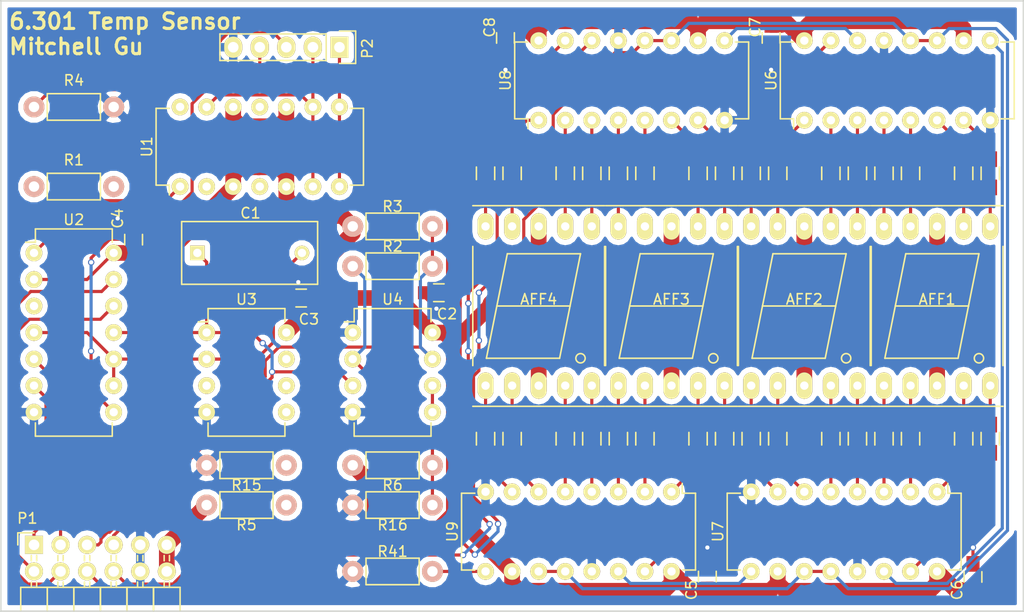
<source format=kicad_pcb>
(kicad_pcb (version 4) (host pcbnew 4.0.4-stable)
  (layers (0 F.Cu signal hide) (31 B.Cu signal hide) (36 B.SilkS user) (37 F.SilkS user) (38 B.Mask user) (39 F.Mask user hide) (44 Edge.Cuts user))
  (net 0 "")
  (net 1 "Net-(U4-Pad5)")
  (net 2 "Net-(C1-Pad2)")
  (net 3 GND)
  (net 4 +3V3)
  (net 5 /V_REF2)
  (net 6 /RAMP_DOWN)
  (net 7 /RAMP_UP)
  (net 8 /V_REF1)
  (net 9 "Net-(AFF1-Pad1)")
  (net 10 "Net-(AFF1-Pad2)")
  (net 11 "Net-(AFF1-Pad4)")
  (net 12 "Net-(AFF1-Pad5)")
  (net 13 "Net-(AFF1-Pad6)")
  (net 14 "Net-(AFF1-Pad7)")
  (net 15 "Net-(AFF1-Pad9)")
  (net 16 "Net-(AFF1-Pad10)")
  (net 17 /INTEGRATOR)
  (net 18 /COMPARATOR)
  (net 19 /LED_SER)
  (net 20 /STARTUP)
  (net 21 /LED_CLK)
  (net 22 "Net-(R7-Pad2)")
  (net 23 "Net-(R8-Pad2)")
  (net 24 "Net-(R9-Pad2)")
  (net 25 "Net-(R10-Pad2)")
  (net 26 "Net-(R13-Pad2)")
  (net 27 "Net-(AFF2-Pad1)")
  (net 28 "Net-(AFF2-Pad2)")
  (net 29 "Net-(AFF2-Pad4)")
  (net 30 "Net-(AFF2-Pad5)")
  (net 31 "Net-(AFF2-Pad6)")
  (net 32 "Net-(AFF2-Pad7)")
  (net 33 "Net-(AFF2-Pad9)")
  (net 34 "Net-(AFF2-Pad10)")
  (net 35 "Net-(AFF3-Pad1)")
  (net 36 "Net-(AFF3-Pad2)")
  (net 37 "Net-(AFF3-Pad4)")
  (net 38 "Net-(AFF3-Pad5)")
  (net 39 "Net-(AFF3-Pad6)")
  (net 40 "Net-(AFF3-Pad7)")
  (net 41 "Net-(AFF3-Pad9)")
  (net 42 "Net-(AFF3-Pad10)")
  (net 43 "Net-(AFF4-Pad1)")
  (net 44 "Net-(AFF4-Pad2)")
  (net 45 "Net-(AFF4-Pad4)")
  (net 46 "Net-(AFF4-Pad5)")
  (net 47 "Net-(AFF4-Pad6)")
  (net 48 "Net-(AFF4-Pad7)")
  (net 49 "Net-(AFF4-Pad9)")
  (net 50 "Net-(AFF4-Pad10)")
  (net 51 "Net-(R1-Pad2)")
  (net 52 "Net-(R15-Pad1)")
  (net 53 "Net-(R11-Pad2)")
  (net 54 "Net-(R12-Pad2)")
  (net 55 "Net-(R14-Pad2)")
  (net 56 "Net-(R17-Pad2)")
  (net 57 "Net-(R18-Pad2)")
  (net 58 "Net-(R19-Pad2)")
  (net 59 "Net-(R20-Pad2)")
  (net 60 "Net-(R21-Pad2)")
  (net 61 "Net-(R22-Pad2)")
  (net 62 "Net-(R23-Pad2)")
  (net 63 "Net-(R24-Pad2)")
  (net 64 "Net-(R25-Pad2)")
  (net 65 "Net-(R26-Pad2)")
  (net 66 "Net-(R27-Pad2)")
  (net 67 "Net-(R28-Pad2)")
  (net 68 "Net-(R29-Pad2)")
  (net 69 "Net-(R30-Pad2)")
  (net 70 "Net-(R31-Pad2)")
  (net 71 "Net-(R32-Pad2)")
  (net 72 "Net-(R33-Pad2)")
  (net 73 "Net-(R34-Pad2)")
  (net 74 "Net-(R35-Pad2)")
  (net 75 "Net-(R36-Pad2)")
  (net 76 "Net-(R37-Pad2)")
  (net 77 "Net-(R38-Pad2)")
  (net 78 "Net-(R39-Pad2)")
  (net 79 "Net-(R40-Pad2)")
  (net 80 "Net-(U6-Pad9)")
  (net 81 "Net-(U6-Pad14)")
  (net 82 "Net-(U7-Pad9)")
  (net 83 /V_PTAT_A)
  (net 84 /PTAT_L_A)
  (net 85 /PTAT_R_A)
  (net 86 /PTAT_I_A)
  (net 87 "Net-(R41-Pad1)")
  (net 88 /RESET_CAP)
  (net 89 "Net-(U1-Pad4)")
  (net 90 "Net-(U1-Pad11)")
  (module Housings_DIP:DIP-8_W7.62mm (layer F.Cu) (at 52.705 64.77)
    (fp_text reference U3 (at 3.81 -3.175) (layer F.SilkS))
    (fp_text value LM6132)
    (pad 1 thru_hole oval (at 0 0) (size 1.6 1.6) (drill 0.8) (layers *.Cu *.Mask F.SilkS) (net 17 /INTEGRATOR))
    (pad 2 thru_hole oval (at 0 2.54) (size 1.6 1.6) (drill 0.8) (layers *.Cu *.Mask F.SilkS) (net 2 "Net-(C1-Pad2)"))
    (pad 3 thru_hole oval (at 0 5.08) (size 1.6 1.6) (drill 0.8) (layers *.Cu *.Mask F.SilkS) (net 8 /V_REF1))
    (pad 4 thru_hole oval (at 0 7.62) (size 1.6 1.6) (drill 0.8) (layers *.Cu *.Mask F.SilkS) (net 3 GND))
    (pad 5 thru_hole oval (at 7.62 7.62) (size 1.6 1.6) (drill 0.8) (layers *.Cu *.Mask F.SilkS) (net 52 "Net-(R15-Pad1)"))
    (pad 6 thru_hole oval (at 7.62 5.08) (size 1.6 1.6) (drill 0.8) (layers *.Cu *.Mask F.SilkS) (net 8 /V_REF1))
    (pad 7 thru_hole oval (at 7.62 2.54) (size 1.6 1.6) (drill 0.8) (layers *.Cu *.Mask F.SilkS) (net 8 /V_REF1))
    (pad 8 thru_hole oval (at 7.62 0) (size 1.6 1.6) (drill 0.8) (layers *.Cu *.Mask F.SilkS) (net 4 +3V3))
  )
  (module Housings_DIP:DIP-14_W7.62mm (layer F.Cu) (at 36.195 57.15)
    (fp_text reference U2 (at 3.81 -3.175) (layer F.SilkS))
    (fp_text value CD4066B)
    (pad 1 thru_hole oval (at 0 0) (size 1.6 1.6) (drill 0.8) (layers *.Cu *.Mask F.SilkS) (net 84 /PTAT_L_A))
    (pad 2 thru_hole oval (at 0 2.54) (size 1.6 1.6) (drill 0.8) (layers *.Cu *.Mask F.SilkS) (net 4 +3V3))
    (pad 3 thru_hole oval (at 0 5.08) (size 1.6 1.6) (drill 0.8) (layers *.Cu *.Mask F.SilkS) (net 51 "Net-(R1-Pad2)"))
    (pad 4 thru_hole oval (at 0 7.62) (size 1.6 1.6) (drill 0.8) (layers *.Cu *.Mask F.SilkS) (net 2 "Net-(C1-Pad2)"))
    (pad 5 thru_hole oval (at 0 10.16) (size 1.6 1.6) (drill 0.8) (layers *.Cu *.Mask F.SilkS) (net 6 /RAMP_DOWN))
    (pad 6 thru_hole oval (at 0 12.7) (size 1.6 1.6) (drill 0.8) (layers *.Cu *.Mask F.SilkS) (net 7 /RAMP_UP))
    (pad 7 thru_hole oval (at 0 15.24) (size 1.6 1.6) (drill 0.8) (layers *.Cu *.Mask F.SilkS) (net 3 GND))
    (pad 8 thru_hole oval (at 7.62 15.24) (size 1.6 1.6) (drill 0.8) (layers *.Cu *.Mask F.SilkS) (net 86 /PTAT_I_A))
    (pad 9 thru_hole oval (at 7.62 12.7) (size 1.6 1.6) (drill 0.8) (layers *.Cu *.Mask F.SilkS) (net 2 "Net-(C1-Pad2)"))
    (pad 10 thru_hole oval (at 7.62 10.16) (size 1.6 1.6) (drill 0.8) (layers *.Cu *.Mask F.SilkS) (net 2 "Net-(C1-Pad2)"))
    (pad 11 thru_hole oval (at 7.62 7.62) (size 1.6 1.6) (drill 0.8) (layers *.Cu *.Mask F.SilkS) (net 17 /INTEGRATOR))
    (pad 12 thru_hole oval (at 7.62 5.08) (size 1.6 1.6) (drill 0.8) (layers *.Cu *.Mask F.SilkS) (net 88 /RESET_CAP))
    (pad 13 thru_hole oval (at 7.62 2.54) (size 1.6 1.6) (drill 0.8) (layers *.Cu *.Mask F.SilkS) (net 20 /STARTUP))
    (pad 14 thru_hole oval (at 7.62 0) (size 1.6 1.6) (drill 0.8) (layers *.Cu *.Mask F.SilkS) (net 4 +3V3))
  )
  (module Housings_DIP:DIP-8_W7.62mm (layer F.Cu) (at 66.675 64.77)
    (fp_text reference U4 (at 3.81 -3.175) (layer F.SilkS))
    (fp_text value LM311N)
    (pad 1 thru_hole oval (at 0 0) (size 1.6 1.6) (drill 0.8) (layers *.Cu *.Mask F.SilkS) (net 3 GND))
    (pad 2 thru_hole oval (at 0 2.54) (size 1.6 1.6) (drill 0.8) (layers *.Cu *.Mask F.SilkS) (net 5 /V_REF2))
    (pad 3 thru_hole oval (at 0 5.08) (size 1.6 1.6) (drill 0.8) (layers *.Cu *.Mask F.SilkS) (net 17 /INTEGRATOR))
    (pad 4 thru_hole oval (at 0 7.62) (size 1.6 1.6) (drill 0.8) (layers *.Cu *.Mask F.SilkS) (net 3 GND))
    (pad 5 thru_hole oval (at 7.62 7.62) (size 1.6 1.6) (drill 0.8) (layers *.Cu *.Mask F.SilkS) (net 1 "Net-(U4-Pad5)"))
    (pad 6 thru_hole oval (at 7.62 5.08) (size 1.6 1.6) (drill 0.8) (layers *.Cu *.Mask F.SilkS) (net 1 "Net-(U4-Pad5)"))
    (pad 7 thru_hole oval (at 7.62 2.54) (size 1.6 1.6) (drill 0.8) (layers *.Cu *.Mask F.SilkS) (net 18 /COMPARATOR))
    (pad 8 thru_hole oval (at 7.62 0) (size 1.6 1.6) (drill 0.8) (layers *.Cu *.Mask F.SilkS) (net 4 +3V3))
  )
  (module Housings_DIP:DIP-16_W7.62mm (layer F.Cu) (at 122.555 80.01 270)
    (fp_text reference U7 (at 3.81 20.955 270) (layer F.SilkS))
    (fp_text value 74HC595-R)
    (pad 1 thru_hole oval (at 0 0 270) (size 1.6 1.6) (drill 0.8) (layers *.Cu *.Mask F.SilkS) (net 25 "Net-(R10-Pad2)"))
    (pad 2 thru_hole oval (at 0 2.54 270) (size 1.6 1.6) (drill 0.8) (layers *.Cu *.Mask F.SilkS) (net 54 "Net-(R12-Pad2)"))
    (pad 3 thru_hole oval (at 0 5.08 270) (size 1.6 1.6) (drill 0.8) (layers *.Cu *.Mask F.SilkS) (net 55 "Net-(R14-Pad2)"))
    (pad 4 thru_hole oval (at 0 7.62 270) (size 1.6 1.6) (drill 0.8) (layers *.Cu *.Mask F.SilkS) (net 57 "Net-(R18-Pad2)"))
    (pad 5 thru_hole oval (at 0 10.16 270) (size 1.6 1.6) (drill 0.8) (layers *.Cu *.Mask F.SilkS) (net 59 "Net-(R20-Pad2)"))
    (pad 6 thru_hole oval (at 0 12.7 270) (size 1.6 1.6) (drill 0.8) (layers *.Cu *.Mask F.SilkS) (net 61 "Net-(R22-Pad2)"))
    (pad 7 thru_hole oval (at 0 15.24 270) (size 1.6 1.6) (drill 0.8) (layers *.Cu *.Mask F.SilkS) (net 63 "Net-(R24-Pad2)"))
    (pad 8 thru_hole oval (at 0 17.78 270) (size 1.6 1.6) (drill 0.8) (layers *.Cu *.Mask F.SilkS) (net 3 GND))
    (pad 9 thru_hole oval (at 7.62 17.78 270) (size 1.6 1.6) (drill 0.8) (layers *.Cu *.Mask F.SilkS) (net 82 "Net-(U7-Pad9)"))
    (pad 10 thru_hole oval (at 7.62 15.24 270) (size 1.6 1.6) (drill 0.8) (layers *.Cu *.Mask F.SilkS) (net 4 +3V3))
    (pad 11 thru_hole oval (at 7.62 12.7 270) (size 1.6 1.6) (drill 0.8) (layers *.Cu *.Mask F.SilkS) (net 21 /LED_CLK))
    (pad 12 thru_hole oval (at 7.62 10.16 270) (size 1.6 1.6) (drill 0.8) (layers *.Cu *.Mask F.SilkS) (net 21 /LED_CLK))
    (pad 13 thru_hole oval (at 7.62 7.62 270) (size 1.6 1.6) (drill 0.8) (layers *.Cu *.Mask F.SilkS) (net 3 GND))
    (pad 14 thru_hole oval (at 7.62 5.08 270) (size 1.6 1.6) (drill 0.8) (layers *.Cu *.Mask F.SilkS) (net 80 "Net-(U6-Pad9)"))
    (pad 15 thru_hole oval (at 7.62 2.54 270) (size 1.6 1.6) (drill 0.8) (layers *.Cu *.Mask F.SilkS) (net 23 "Net-(R8-Pad2)"))
    (pad 16 thru_hole oval (at 7.62 0 270) (size 1.6 1.6) (drill 0.8) (layers *.Cu *.Mask F.SilkS) (net 4 +3V3))
  )
  (module Housings_DIP:DIP-14_W7.62mm (layer F.Cu) (at 50.165 50.8 90)
    (fp_text reference U1 (at 3.81 -3.175 270) (layer F.SilkS))
    (fp_text value MPQ3906)
    (pad 1 thru_hole oval (at 0 0 90) (size 1.6 1.6) (drill 0.8) (layers *.Cu *.Mask F.SilkS) (net 84 /PTAT_L_A))
    (pad 2 thru_hole oval (at 0 2.54 90) (size 1.6 1.6) (drill 0.8) (layers *.Cu *.Mask F.SilkS) (net 85 /PTAT_R_A))
    (pad 3 thru_hole oval (at 0 5.08 90) (size 1.6 1.6) (drill 0.8) (layers *.Cu *.Mask F.SilkS) (net 4 +3V3))
    (pad 4 thru_hole oval (at 0 7.62 90) (size 1.6 1.6) (drill 0.8) (layers *.Cu *.Mask F.SilkS) (net 89 "Net-(U1-Pad4)"))
    (pad 5 thru_hole oval (at 0 10.16 90) (size 1.6 1.6) (drill 0.8) (layers *.Cu *.Mask F.SilkS) (net 4 +3V3))
    (pad 6 thru_hole oval (at 0 12.7 90) (size 1.6 1.6) (drill 0.8) (layers *.Cu *.Mask F.SilkS) (net 85 /PTAT_R_A))
    (pad 7 thru_hole oval (at 0 15.24 90) (size 1.6 1.6) (drill 0.8) (layers *.Cu *.Mask F.SilkS) (net 84 /PTAT_L_A))
    (pad 8 thru_hole oval (at 7.62 15.24 90) (size 1.6 1.6) (drill 0.8) (layers *.Cu *.Mask F.SilkS) (net 84 /PTAT_L_A))
    (pad 9 thru_hole oval (at 7.62 12.7 90) (size 1.6 1.6) (drill 0.8) (layers *.Cu *.Mask F.SilkS) (net 85 /PTAT_R_A))
    (pad 10 thru_hole oval (at 7.62 10.16 90) (size 1.6 1.6) (drill 0.8) (layers *.Cu *.Mask F.SilkS) (net 4 +3V3))
    (pad 11 thru_hole oval (at 7.62 7.62 90) (size 1.6 1.6) (drill 0.8) (layers *.Cu *.Mask F.SilkS) (net 90 "Net-(U1-Pad11)"))
    (pad 12 thru_hole oval (at 7.62 5.08 90) (size 1.6 1.6) (drill 0.8) (layers *.Cu *.Mask F.SilkS) (net 4 +3V3))
    (pad 13 thru_hole oval (at 7.62 2.54 90) (size 1.6 1.6) (drill 0.8) (layers *.Cu *.Mask F.SilkS) (net 85 /PTAT_R_A))
    (pad 14 thru_hole oval (at 7.62 0 90) (size 1.6 1.6) (drill 0.8) (layers *.Cu *.Mask F.SilkS) (net 85 /PTAT_R_A))
  )
  (module Resistors_ThroughHole:Resistor_Horizontal_RM7mm (layer F.Cu) (at 43.815 50.8 180)
    (fp_text reference R1 (at 3.81 2.54 180) (layer F.SilkS))
    (fp_text value 10K)
    (pad 1 thru_hole circle (at 0 0 180) (size 1.99898 1.99898) (drill 1.00076) (layers *.Cu *.SilkS *.Mask) (net 4 +3V3))
    (pad 2 thru_hole circle (at 7.62 0 180) (size 1.99898 1.99898) (drill 1.00076) (layers *.Cu *.SilkS *.Mask) (net 51 "Net-(R1-Pad2)"))
  )
  (module Resistors_ThroughHole:Resistor_Horizontal_RM7mm (layer F.Cu) (at 74.295 58.42 180)
    (fp_text reference R2 (at 3.81 1.905 180) (layer F.SilkS))
    (fp_text value 100K)
    (pad 1 thru_hole circle (at 0 0 180) (size 1.99898 1.99898) (drill 1.00076) (layers *.Cu *.SilkS *.Mask) (net 18 /COMPARATOR))
    (pad 2 thru_hole circle (at 7.62 0 180) (size 1.99898 1.99898) (drill 1.00076) (layers *.Cu *.SilkS *.Mask) (net 5 /V_REF2))
  )
  (module Resistors_ThroughHole:Resistor_Horizontal_RM7mm (layer F.Cu) (at 74.295 54.61 180)
    (fp_text reference R3 (at 3.81 1.905 180) (layer F.SilkS))
    (fp_text value 2.2K)
    (pad 1 thru_hole circle (at 0 0 180) (size 1.99898 1.99898) (drill 1.00076) (layers *.Cu *.SilkS *.Mask) (net 18 /COMPARATOR))
    (pad 2 thru_hole circle (at 7.62 0 180) (size 1.99898 1.99898) (drill 1.00076) (layers *.Cu *.SilkS *.Mask) (net 4 +3V3))
  )
  (module Displays_7-Segment:7SegmentLED_LTS6760_LTS6780 (layer F.Cu) (at 122.555 62.23)
    (fp_text reference AFF1 (at 0 -0.635) (layer F.SilkS))
    (fp_text value 7SEG_PHYSICAL)
    (pad 1 thru_hole oval (at -5.08 7.62) (size 1.524 2.524) (drill 0.8) (layers *.Cu *.Mask F.SilkS) (net 9 "Net-(AFF1-Pad1)"))
    (pad 2 thru_hole oval (at -2.54 7.62) (size 1.524 2.524) (drill 0.8) (layers *.Cu *.Mask F.SilkS) (net 10 "Net-(AFF1-Pad2)"))
    (pad 3 thru_hole oval (at 0 7.62) (size 1.524 2.524) (drill 0.8) (layers *.Cu *.Mask F.SilkS) (net 4 +3V3))
    (pad 4 thru_hole oval (at 2.54 7.62) (size 1.524 2.524) (drill 0.8) (layers *.Cu *.Mask F.SilkS) (net 11 "Net-(AFF1-Pad4)"))
    (pad 5 thru_hole oval (at 5.08 7.62) (size 1.524 2.524) (drill 0.8) (layers *.Cu *.Mask F.SilkS) (net 12 "Net-(AFF1-Pad5)"))
    (pad 6 thru_hole oval (at 5.08 -7.62) (size 1.524 2.524) (drill 0.8) (layers *.Cu *.Mask F.SilkS) (net 13 "Net-(AFF1-Pad6)"))
    (pad 7 thru_hole oval (at 2.54 -7.62) (size 1.524 2.524) (drill 0.8) (layers *.Cu *.Mask F.SilkS) (net 14 "Net-(AFF1-Pad7)"))
    (pad 8 thru_hole oval (at 0 -7.62) (size 1.524 2.524) (drill 0.8) (layers *.Cu *.Mask F.SilkS) (net 4 +3V3))
    (pad 9 thru_hole oval (at -2.54 -7.62) (size 1.524 2.524) (drill 0.8) (layers *.Cu *.Mask F.SilkS) (net 15 "Net-(AFF1-Pad9)"))
    (pad 10 thru_hole oval (at -5.08 -7.62) (size 1.524 2.524) (drill 0.8) (layers *.Cu *.Mask F.SilkS) (net 16 "Net-(AFF1-Pad10)"))
  )
  (module Pin_Headers:Pmod_Male (layer F.Cu) (at 36.195 85.09 90)
    (fp_text reference P1 (at 2.54 -0.635 180) (layer F.SilkS))
    (fp_text value Pmod)
    (pad 1 thru_hole rect (at 0 0 270) (size 1.7272 1.7272) (drill 1.016) (layers *.Cu *.Mask F.SilkS) (net 7 /RAMP_UP))
    (pad 7 thru_hole oval (at -2.54 0 270) (size 1.7272 1.7272) (drill 1.016) (layers *.Cu *.Mask F.SilkS) (net 88 /RESET_CAP))
    (pad 2 thru_hole oval (at 0 2.54 270) (size 1.7272 1.7272) (drill 1.016) (layers *.Cu *.Mask F.SilkS) (net 6 /RAMP_DOWN))
    (pad 8 thru_hole oval (at -2.54 2.54 270) (size 1.7272 1.7272) (drill 1.016) (layers *.Cu *.Mask F.SilkS) (net 20 /STARTUP))
    (pad 3 thru_hole oval (at 0 5.08 270) (size 1.7272 1.7272) (drill 1.016) (layers *.Cu *.Mask F.SilkS) (net 18 /COMPARATOR))
    (pad 9 thru_hole oval (at -2.54 5.08 270) (size 1.7272 1.7272) (drill 1.016) (layers *.Cu *.Mask F.SilkS) (net 19 /LED_SER))
    (pad 4 thru_hole oval (at 0 7.62 270) (size 1.7272 1.7272) (drill 1.016) (layers *.Cu *.Mask F.SilkS) (net 17 /INTEGRATOR))
    (pad 10 thru_hole oval (at -2.54 7.62 270) (size 1.7272 1.7272) (drill 1.016) (layers *.Cu *.Mask F.SilkS) (net 21 /LED_CLK))
    (pad 5 thru_hole oval (at 0 10.16 270) (size 1.7272 1.7272) (drill 1.016) (layers *.Cu *.Mask F.SilkS) (net 3 GND))
    (pad 11 thru_hole oval (at -2.54 10.16 270) (size 1.7272 1.7272) (drill 1.016) (layers *.Cu *.Mask F.SilkS) (net 3 GND))
    (pad 6 thru_hole oval (at 0 12.7 270) (size 1.7272 1.7272) (drill 1.016) (layers *.Cu *.Mask F.SilkS) (net 4 +3V3))
    (pad 12 thru_hole oval (at -2.54 12.7 270) (size 1.7272 1.7272) (drill 1.016) (layers *.Cu *.Mask F.SilkS) (net 4 +3V3))
  )
  (module Resistors_ThroughHole:Resistor_Horizontal_RM7mm (layer F.Cu) (at 36.195 43.18)
    (fp_text reference R4 (at 3.81 -2.54) (layer F.SilkS))
    (fp_text value 470)
    (pad 1 thru_hole circle (at 0 0) (size 1.99898 1.99898) (drill 1.00076) (layers *.Cu *.SilkS *.Mask) (net 83 /V_PTAT_A))
    (pad 2 thru_hole circle (at 7.62 0) (size 1.99898 1.99898) (drill 1.00076) (layers *.Cu *.SilkS *.Mask) (net 3 GND))
  )
  (module Resistors_ThroughHole:Resistor_Horizontal_RM7mm (layer F.Cu) (at 52.705 81.28)
    (fp_text reference R5 (at 3.81 1.905) (layer F.SilkS))
    (fp_text value 10K)
    (pad 1 thru_hole circle (at 0 0) (size 1.99898 1.99898) (drill 1.00076) (layers *.Cu *.SilkS *.Mask) (net 4 +3V3))
    (pad 2 thru_hole circle (at 7.62 0) (size 1.99898 1.99898) (drill 1.00076) (layers *.Cu *.SilkS *.Mask) (net 52 "Net-(R15-Pad1)"))
  )
  (module Resistors_ThroughHole:Resistor_Horizontal_RM7mm (layer F.Cu) (at 66.675 77.47)
    (fp_text reference R6 (at 3.81 1.905 180) (layer F.SilkS))
    (fp_text value 10K)
    (pad 1 thru_hole circle (at 0 0) (size 1.99898 1.99898) (drill 1.00076) (layers *.Cu *.SilkS *.Mask) (net 4 +3V3))
    (pad 2 thru_hole circle (at 7.62 0) (size 1.99898 1.99898) (drill 1.00076) (layers *.Cu *.SilkS *.Mask) (net 5 /V_REF2))
  )
  (module Resistors_ThroughHole:Resistor_Horizontal_RM7mm (layer F.Cu) (at 60.325 77.47 180)
    (fp_text reference R15 (at 3.81 -1.905 180) (layer F.SilkS))
    (fp_text value 3.9K)
    (pad 1 thru_hole circle (at 0 0 180) (size 1.99898 1.99898) (drill 1.00076) (layers *.Cu *.SilkS *.Mask) (net 52 "Net-(R15-Pad1)"))
    (pad 2 thru_hole circle (at 7.62 0 180) (size 1.99898 1.99898) (drill 1.00076) (layers *.Cu *.SilkS *.Mask) (net 3 GND))
  )
  (module Resistors_ThroughHole:Resistor_Horizontal_RM7mm (layer F.Cu) (at 74.295 81.28 180)
    (fp_text reference R16 (at 3.81 -1.905 180) (layer F.SilkS))
    (fp_text value 4.7K)
    (pad 1 thru_hole circle (at 0 0 180) (size 1.99898 1.99898) (drill 1.00076) (layers *.Cu *.SilkS *.Mask) (net 5 /V_REF2))
    (pad 2 thru_hole circle (at 7.62 0 180) (size 1.99898 1.99898) (drill 1.00076) (layers *.Cu *.SilkS *.Mask) (net 3 GND))
  )
  (module Displays_7-Segment:7SegmentLED_LTS6760_LTS6780 (layer F.Cu) (at 109.855 62.23)
    (fp_text reference AFF2 (at 0 -0.635) (layer F.SilkS))
    (fp_text value 7SEG_PHYSICAL hide)
    (pad 1 thru_hole oval (at -5.08 7.62) (size 1.524 2.524) (drill 0.8) (layers *.Cu *.Mask F.SilkS) (net 27 "Net-(AFF2-Pad1)"))
    (pad 2 thru_hole oval (at -2.54 7.62) (size 1.524 2.524) (drill 0.8) (layers *.Cu *.Mask F.SilkS) (net 28 "Net-(AFF2-Pad2)"))
    (pad 3 thru_hole oval (at 0 7.62) (size 1.524 2.524) (drill 0.8) (layers *.Cu *.Mask F.SilkS) (net 4 +3V3))
    (pad 4 thru_hole oval (at 2.54 7.62) (size 1.524 2.524) (drill 0.8) (layers *.Cu *.Mask F.SilkS) (net 29 "Net-(AFF2-Pad4)"))
    (pad 5 thru_hole oval (at 5.08 7.62) (size 1.524 2.524) (drill 0.8) (layers *.Cu *.Mask F.SilkS) (net 30 "Net-(AFF2-Pad5)"))
    (pad 6 thru_hole oval (at 5.08 -7.62) (size 1.524 2.524) (drill 0.8) (layers *.Cu *.Mask F.SilkS) (net 31 "Net-(AFF2-Pad6)"))
    (pad 7 thru_hole oval (at 2.54 -7.62) (size 1.524 2.524) (drill 0.8) (layers *.Cu *.Mask F.SilkS) (net 32 "Net-(AFF2-Pad7)"))
    (pad 8 thru_hole oval (at 0 -7.62) (size 1.524 2.524) (drill 0.8) (layers *.Cu *.Mask F.SilkS) (net 4 +3V3))
    (pad 9 thru_hole oval (at -2.54 -7.62) (size 1.524 2.524) (drill 0.8) (layers *.Cu *.Mask F.SilkS) (net 33 "Net-(AFF2-Pad9)"))
    (pad 10 thru_hole oval (at -5.08 -7.62) (size 1.524 2.524) (drill 0.8) (layers *.Cu *.Mask F.SilkS) (net 34 "Net-(AFF2-Pad10)"))
  )
  (module Displays_7-Segment:7SegmentLED_LTS6760_LTS6780 (layer F.Cu) (at 97.155 62.23)
    (fp_text reference AFF3 (at 0 -0.635) (layer F.SilkS))
    (fp_text value 7SEG_PHYSICAL)
    (pad 1 thru_hole oval (at -5.08 7.62) (size 1.524 2.524) (drill 0.8) (layers *.Cu *.Mask F.SilkS) (net 35 "Net-(AFF3-Pad1)"))
    (pad 2 thru_hole oval (at -2.54 7.62) (size 1.524 2.524) (drill 0.8) (layers *.Cu *.Mask F.SilkS) (net 36 "Net-(AFF3-Pad2)"))
    (pad 3 thru_hole oval (at 0 7.62) (size 1.524 2.524) (drill 0.8) (layers *.Cu *.Mask F.SilkS) (net 4 +3V3))
    (pad 4 thru_hole oval (at 2.54 7.62) (size 1.524 2.524) (drill 0.8) (layers *.Cu *.Mask F.SilkS) (net 37 "Net-(AFF3-Pad4)"))
    (pad 5 thru_hole oval (at 5.08 7.62) (size 1.524 2.524) (drill 0.8) (layers *.Cu *.Mask F.SilkS) (net 38 "Net-(AFF3-Pad5)"))
    (pad 6 thru_hole oval (at 5.08 -7.62) (size 1.524 2.524) (drill 0.8) (layers *.Cu *.Mask F.SilkS) (net 39 "Net-(AFF3-Pad6)"))
    (pad 7 thru_hole oval (at 2.54 -7.62) (size 1.524 2.524) (drill 0.8) (layers *.Cu *.Mask F.SilkS) (net 40 "Net-(AFF3-Pad7)"))
    (pad 8 thru_hole oval (at 0 -7.62) (size 1.524 2.524) (drill 0.8) (layers *.Cu *.Mask F.SilkS) (net 4 +3V3))
    (pad 9 thru_hole oval (at -2.54 -7.62) (size 1.524 2.524) (drill 0.8) (layers *.Cu *.Mask F.SilkS) (net 41 "Net-(AFF3-Pad9)"))
    (pad 10 thru_hole oval (at -5.08 -7.62) (size 1.524 2.524) (drill 0.8) (layers *.Cu *.Mask F.SilkS) (net 42 "Net-(AFF3-Pad10)"))
  )
  (module Displays_7-Segment:7SegmentLED_LTS6760_LTS6780 (layer F.Cu) (at 84.455 62.23)
    (fp_text reference AFF4 (at 0 -0.635) (layer F.SilkS))
    (fp_text value 7SEG_PHYSICAL)
    (pad 1 thru_hole oval (at -5.08 7.62) (size 1.524 2.524) (drill 0.8) (layers *.Cu *.Mask F.SilkS) (net 43 "Net-(AFF4-Pad1)"))
    (pad 2 thru_hole oval (at -2.54 7.62) (size 1.524 2.524) (drill 0.8) (layers *.Cu *.Mask F.SilkS) (net 44 "Net-(AFF4-Pad2)"))
    (pad 3 thru_hole oval (at 0 7.62) (size 1.524 2.524) (drill 0.8) (layers *.Cu *.Mask F.SilkS) (net 4 +3V3))
    (pad 4 thru_hole oval (at 2.54 7.62) (size 1.524 2.524) (drill 0.8) (layers *.Cu *.Mask F.SilkS) (net 45 "Net-(AFF4-Pad4)"))
    (pad 5 thru_hole oval (at 5.08 7.62) (size 1.524 2.524) (drill 0.8) (layers *.Cu *.Mask F.SilkS) (net 46 "Net-(AFF4-Pad5)"))
    (pad 6 thru_hole oval (at 5.08 -7.62) (size 1.524 2.524) (drill 0.8) (layers *.Cu *.Mask F.SilkS) (net 47 "Net-(AFF4-Pad6)"))
    (pad 7 thru_hole oval (at 2.54 -7.62) (size 1.524 2.524) (drill 0.8) (layers *.Cu *.Mask F.SilkS) (net 48 "Net-(AFF4-Pad7)"))
    (pad 8 thru_hole oval (at 0 -7.62) (size 1.524 2.524) (drill 0.8) (layers *.Cu *.Mask F.SilkS) (net 4 +3V3))
    (pad 9 thru_hole oval (at -2.54 -7.62) (size 1.524 2.524) (drill 0.8) (layers *.Cu *.Mask F.SilkS) (net 49 "Net-(AFF4-Pad9)"))
    (pad 10 thru_hole oval (at -5.08 -7.62) (size 1.524 2.524) (drill 0.8) (layers *.Cu *.Mask F.SilkS) (net 50 "Net-(AFF4-Pad10)"))
  )
  (module Capacitors_ThroughHole:C_Rect_L13_W6_H12_P10 (layer F.Cu) (at 51.816 57.15)
    (fp_text reference C1 (at 5.08 -3.81) (layer F.SilkS))
    (fp_text value 1u)
    (pad 1 thru_hole rect (at 0 0) (size 1.4 1.4) (drill 0.8) (layers *.Cu *.Mask F.SilkS) (net 17 /INTEGRATOR))
    (pad 2 thru_hole circle (at 10 0) (size 1.4 1.4) (drill 0.8) (layers *.Cu *.Mask F.SilkS) (net 2 "Net-(C1-Pad2)"))
  )
  (module Resistors_SMD:R_0805_HandSoldering (layer F.Cu) (at 127.635 49.53 90)
    (fp_text reference R7 hide)
    (fp_text value 100)
    (pad 1 smd rect (at -1.35 0 90) (size 1.5 1.3) (layers F.Cu F.Mask) (net 13 "Net-(AFF1-Pad6)"))
    (pad 2 smd rect (at 1.35 0 90) (size 1.5 1.3) (layers F.Cu F.Mask) (net 22 "Net-(R7-Pad2)"))
  )
  (module Resistors_SMD:R_0805_HandSoldering (layer F.Cu) (at 127.635 74.93 270)
    (fp_text reference R8 hide)
    (fp_text value 100)
    (pad 1 smd rect (at -1.35 0 270) (size 1.5 1.3) (layers F.Cu F.Mask) (net 12 "Net-(AFF1-Pad5)"))
    (pad 2 smd rect (at 1.35 0 270) (size 1.5 1.3) (layers F.Cu F.Mask) (net 23 "Net-(R8-Pad2)"))
  )
  (module Resistors_SMD:R_0805_HandSoldering (layer F.Cu) (at 125.095 49.53 90)
    (fp_text reference R9 hide)
    (fp_text value 100)
    (pad 1 smd rect (at -1.35 0 90) (size 1.5 1.3) (layers F.Cu F.Mask) (net 14 "Net-(AFF1-Pad7)"))
    (pad 2 smd rect (at 1.35 0 90) (size 1.5 1.3) (layers F.Cu F.Mask) (net 24 "Net-(R9-Pad2)"))
  )
  (module Resistors_SMD:R_0805_HandSoldering (layer F.Cu) (at 125.095 74.93 270)
    (fp_text reference R10 hide)
    (fp_text value 100)
    (pad 1 smd rect (at -1.35 0 270) (size 1.5 1.3) (layers F.Cu F.Mask) (net 11 "Net-(AFF1-Pad4)"))
    (pad 2 smd rect (at 1.35 0 270) (size 1.5 1.3) (layers F.Cu F.Mask) (net 25 "Net-(R10-Pad2)"))
  )
  (module Resistors_SMD:R_0805_HandSoldering (layer F.Cu) (at 120.015 49.53 90)
    (fp_text reference R11 hide)
    (fp_text value 100)
    (pad 1 smd rect (at -1.35 0 90) (size 1.5 1.3) (layers F.Cu F.Mask) (net 15 "Net-(AFF1-Pad9)"))
    (pad 2 smd rect (at 1.35 0 90) (size 1.5 1.3) (layers F.Cu F.Mask) (net 53 "Net-(R11-Pad2)"))
  )
  (module Resistors_SMD:R_0805_HandSoldering (layer F.Cu) (at 120.015 74.93 270)
    (fp_text reference R12 hide)
    (fp_text value 100)
    (pad 1 smd rect (at -1.35 0 270) (size 1.5 1.3) (layers F.Cu F.Mask) (net 10 "Net-(AFF1-Pad2)"))
    (pad 2 smd rect (at 1.35 0 270) (size 1.5 1.3) (layers F.Cu F.Mask) (net 54 "Net-(R12-Pad2)"))
  )
  (module Resistors_SMD:R_0805_HandSoldering (layer F.Cu) (at 117.475 49.53 90)
    (fp_text reference R13 hide)
    (fp_text value 100)
    (pad 1 smd rect (at -1.35 0 90) (size 1.5 1.3) (layers F.Cu F.Mask) (net 16 "Net-(AFF1-Pad10)"))
    (pad 2 smd rect (at 1.35 0 90) (size 1.5 1.3) (layers F.Cu F.Mask) (net 26 "Net-(R13-Pad2)"))
  )
  (module Resistors_SMD:R_0805_HandSoldering (layer F.Cu) (at 117.475 74.93 270)
    (fp_text reference R14 hide)
    (fp_text value 100)
    (pad 1 smd rect (at -1.35 0 270) (size 1.5 1.3) (layers F.Cu F.Mask) (net 9 "Net-(AFF1-Pad1)"))
    (pad 2 smd rect (at 1.35 0 270) (size 1.5 1.3) (layers F.Cu F.Mask) (net 55 "Net-(R14-Pad2)"))
  )
  (module Resistors_SMD:R_0805_HandSoldering (layer F.Cu) (at 114.935 49.53 90)
    (fp_text reference R17 hide)
    (fp_text value 100)
    (pad 1 smd rect (at -1.35 0 90) (size 1.5 1.3) (layers F.Cu F.Mask) (net 31 "Net-(AFF2-Pad6)"))
    (pad 2 smd rect (at 1.35 0 90) (size 1.5 1.3) (layers F.Cu F.Mask) (net 56 "Net-(R17-Pad2)"))
  )
  (module Resistors_SMD:R_0805_HandSoldering (layer F.Cu) (at 114.935 74.93 270)
    (fp_text reference R18 hide)
    (fp_text value 100)
    (pad 1 smd rect (at -1.35 0 270) (size 1.5 1.3) (layers F.Cu F.Mask) (net 30 "Net-(AFF2-Pad5)"))
    (pad 2 smd rect (at 1.35 0 270) (size 1.5 1.3) (layers F.Cu F.Mask) (net 57 "Net-(R18-Pad2)"))
  )
  (module Resistors_SMD:R_0805_HandSoldering (layer F.Cu) (at 112.395 49.53 90)
    (fp_text reference R19 hide)
    (fp_text value 100)
    (pad 1 smd rect (at -1.35 0 90) (size 1.5 1.3) (layers F.Cu F.Mask) (net 32 "Net-(AFF2-Pad7)"))
    (pad 2 smd rect (at 1.35 0 90) (size 1.5 1.3) (layers F.Cu F.Mask) (net 58 "Net-(R19-Pad2)"))
  )
  (module Resistors_SMD:R_0805_HandSoldering (layer F.Cu) (at 112.395 74.93 270)
    (fp_text reference R20 hide)
    (fp_text value 100)
    (pad 1 smd rect (at -1.35 0 270) (size 1.5 1.3) (layers F.Cu F.Mask) (net 29 "Net-(AFF2-Pad4)"))
    (pad 2 smd rect (at 1.35 0 270) (size 1.5 1.3) (layers F.Cu F.Mask) (net 59 "Net-(R20-Pad2)"))
  )
  (module Resistors_SMD:R_0805_HandSoldering (layer F.Cu) (at 107.315 49.53 90)
    (fp_text reference R21 hide)
    (fp_text value 100)
    (pad 1 smd rect (at -1.35 0 90) (size 1.5 1.3) (layers F.Cu F.Mask) (net 33 "Net-(AFF2-Pad9)"))
    (pad 2 smd rect (at 1.35 0 90) (size 1.5 1.3) (layers F.Cu F.Mask) (net 60 "Net-(R21-Pad2)"))
  )
  (module Resistors_SMD:R_0805_HandSoldering (layer F.Cu) (at 107.315 74.93 270)
    (fp_text reference R22 hide)
    (fp_text value 100)
    (pad 1 smd rect (at -1.35 0 270) (size 1.5 1.3) (layers F.Cu F.Mask) (net 28 "Net-(AFF2-Pad2)"))
    (pad 2 smd rect (at 1.35 0 270) (size 1.5 1.3) (layers F.Cu F.Mask) (net 61 "Net-(R22-Pad2)"))
  )
  (module Resistors_SMD:R_0805_HandSoldering (layer F.Cu) (at 104.775 49.53 90)
    (fp_text reference R23 hide)
    (fp_text value 100)
    (pad 1 smd rect (at -1.35 0 90) (size 1.5 1.3) (layers F.Cu F.Mask) (net 34 "Net-(AFF2-Pad10)"))
    (pad 2 smd rect (at 1.35 0 90) (size 1.5 1.3) (layers F.Cu F.Mask) (net 62 "Net-(R23-Pad2)"))
  )
  (module Resistors_SMD:R_0805_HandSoldering (layer F.Cu) (at 104.775 74.93 270)
    (fp_text reference R24 hide)
    (fp_text value 100)
    (pad 1 smd rect (at -1.35 0 270) (size 1.5 1.3) (layers F.Cu F.Mask) (net 27 "Net-(AFF2-Pad1)"))
    (pad 2 smd rect (at 1.35 0 270) (size 1.5 1.3) (layers F.Cu F.Mask) (net 63 "Net-(R24-Pad2)"))
  )
  (module Resistors_SMD:R_0805_HandSoldering (layer F.Cu) (at 102.235 49.53 90)
    (fp_text reference R25 hide)
    (fp_text value 100)
    (pad 1 smd rect (at -1.35 0 90) (size 1.5 1.3) (layers F.Cu F.Mask) (net 39 "Net-(AFF3-Pad6)"))
    (pad 2 smd rect (at 1.35 0 90) (size 1.5 1.3) (layers F.Cu F.Mask) (net 64 "Net-(R25-Pad2)"))
  )
  (module Resistors_SMD:R_0805_HandSoldering (layer F.Cu) (at 102.235 74.93 270)
    (fp_text reference R26 hide)
    (fp_text value 100)
    (pad 1 smd rect (at -1.35 0 270) (size 1.5 1.3) (layers F.Cu F.Mask) (net 38 "Net-(AFF3-Pad5)"))
    (pad 2 smd rect (at 1.35 0 270) (size 1.5 1.3) (layers F.Cu F.Mask) (net 65 "Net-(R26-Pad2)"))
  )
  (module Resistors_SMD:R_0805_HandSoldering (layer F.Cu) (at 99.695 49.53 90)
    (fp_text reference R27 hide)
    (fp_text value 100)
    (pad 1 smd rect (at -1.35 0 90) (size 1.5 1.3) (layers F.Cu F.Mask) (net 40 "Net-(AFF3-Pad7)"))
    (pad 2 smd rect (at 1.35 0 90) (size 1.5 1.3) (layers F.Cu F.Mask) (net 66 "Net-(R27-Pad2)"))
  )
  (module Resistors_SMD:R_0805_HandSoldering (layer F.Cu) (at 99.695 74.93 270)
    (fp_text reference R28 hide)
    (fp_text value 100)
    (pad 1 smd rect (at -1.35 0 270) (size 1.5 1.3) (layers F.Cu F.Mask) (net 37 "Net-(AFF3-Pad4)"))
    (pad 2 smd rect (at 1.35 0 270) (size 1.5 1.3) (layers F.Cu F.Mask) (net 67 "Net-(R28-Pad2)"))
  )
  (module Resistors_SMD:R_0805_HandSoldering (layer F.Cu) (at 94.615 49.53 90)
    (fp_text reference R29 hide)
    (fp_text value 100)
    (pad 1 smd rect (at -1.35 0 90) (size 1.5 1.3) (layers F.Cu F.Mask) (net 41 "Net-(AFF3-Pad9)"))
    (pad 2 smd rect (at 1.35 0 90) (size 1.5 1.3) (layers F.Cu F.Mask) (net 68 "Net-(R29-Pad2)"))
  )
  (module Resistors_SMD:R_0805_HandSoldering (layer F.Cu) (at 94.615 74.93 270)
    (fp_text reference R30 hide)
    (fp_text value 100)
    (pad 1 smd rect (at -1.35 0 270) (size 1.5 1.3) (layers F.Cu F.Mask) (net 36 "Net-(AFF3-Pad2)"))
    (pad 2 smd rect (at 1.35 0 270) (size 1.5 1.3) (layers F.Cu F.Mask) (net 69 "Net-(R30-Pad2)"))
  )
  (module Resistors_SMD:R_0805_HandSoldering (layer F.Cu) (at 92.075 49.53 90)
    (fp_text reference R31 hide)
    (fp_text value 100)
    (pad 1 smd rect (at -1.35 0 90) (size 1.5 1.3) (layers F.Cu F.Mask) (net 42 "Net-(AFF3-Pad10)"))
    (pad 2 smd rect (at 1.35 0 90) (size 1.5 1.3) (layers F.Cu F.Mask) (net 70 "Net-(R31-Pad2)"))
  )
  (module Resistors_SMD:R_0805_HandSoldering (layer F.Cu) (at 92.075 74.93 270)
    (fp_text reference R32 hide)
    (fp_text value 100 hide)
    (pad 1 smd rect (at -1.35 0 270) (size 1.5 1.3) (layers F.Cu F.Mask) (net 35 "Net-(AFF3-Pad1)"))
    (pad 2 smd rect (at 1.35 0 270) (size 1.5 1.3) (layers F.Cu F.Mask) (net 71 "Net-(R32-Pad2)"))
  )
  (module Resistors_SMD:R_0805_HandSoldering (layer F.Cu) (at 89.535 49.53 90)
    (fp_text reference R33 hide)
    (fp_text value 100)
    (pad 1 smd rect (at -1.35 0 90) (size 1.5 1.3) (layers F.Cu F.Mask) (net 47 "Net-(AFF4-Pad6)"))
    (pad 2 smd rect (at 1.35 0 90) (size 1.5 1.3) (layers F.Cu F.Mask) (net 72 "Net-(R33-Pad2)"))
  )
  (module Resistors_SMD:R_0805_HandSoldering (layer F.Cu) (at 89.535 74.93 270)
    (fp_text reference R34 hide)
    (fp_text value 100)
    (pad 1 smd rect (at -1.35 0 270) (size 1.5 1.3) (layers F.Cu F.Mask) (net 46 "Net-(AFF4-Pad5)"))
    (pad 2 smd rect (at 1.35 0 270) (size 1.5 1.3) (layers F.Cu F.Mask) (net 73 "Net-(R34-Pad2)"))
  )
  (module Resistors_SMD:R_0805_HandSoldering (layer F.Cu) (at 86.995 49.53 90)
    (fp_text reference R35 hide)
    (fp_text value 100)
    (pad 1 smd rect (at -1.35 0 90) (size 1.5 1.3) (layers F.Cu F.Mask) (net 48 "Net-(AFF4-Pad7)"))
    (pad 2 smd rect (at 1.35 0 90) (size 1.5 1.3) (layers F.Cu F.Mask) (net 74 "Net-(R35-Pad2)"))
  )
  (module Resistors_SMD:R_0805_HandSoldering (layer F.Cu) (at 86.995 74.93 270)
    (fp_text reference R36 hide)
    (fp_text value 100)
    (pad 1 smd rect (at -1.35 0 270) (size 1.5 1.3) (layers F.Cu F.Mask) (net 45 "Net-(AFF4-Pad4)"))
    (pad 2 smd rect (at 1.35 0 270) (size 1.5 1.3) (layers F.Cu F.Mask) (net 75 "Net-(R36-Pad2)"))
  )
  (module Resistors_SMD:R_0805_HandSoldering (layer F.Cu) (at 81.915 49.53 90)
    (fp_text reference R37 hide)
    (fp_text value 100)
    (pad 1 smd rect (at -1.35 0 90) (size 1.5 1.3) (layers F.Cu F.Mask) (net 49 "Net-(AFF4-Pad9)"))
    (pad 2 smd rect (at 1.35 0 90) (size 1.5 1.3) (layers F.Cu F.Mask) (net 76 "Net-(R37-Pad2)"))
  )
  (module Resistors_SMD:R_0805_HandSoldering (layer F.Cu) (at 81.915 74.93 270)
    (fp_text reference R38 hide)
    (fp_text value 100)
    (pad 1 smd rect (at -1.35 0 270) (size 1.5 1.3) (layers F.Cu F.Mask) (net 44 "Net-(AFF4-Pad2)"))
    (pad 2 smd rect (at 1.35 0 270) (size 1.5 1.3) (layers F.Cu F.Mask) (net 77 "Net-(R38-Pad2)"))
  )
  (module Resistors_SMD:R_0805_HandSoldering (layer F.Cu) (at 79.375 49.53 90)
    (fp_text reference R39 hide)
    (fp_text value 100)
    (pad 1 smd rect (at -1.35 0 90) (size 1.5 1.3) (layers F.Cu F.Mask) (net 50 "Net-(AFF4-Pad10)"))
    (pad 2 smd rect (at 1.35 0 90) (size 1.5 1.3) (layers F.Cu F.Mask) (net 78 "Net-(R39-Pad2)"))
  )
  (module Resistors_SMD:R_0805_HandSoldering (layer F.Cu) (at 79.375 74.93 270)
    (fp_text reference R40 hide)
    (fp_text value 100)
    (pad 1 smd rect (at -1.35 0 270) (size 1.5 1.3) (layers F.Cu F.Mask) (net 43 "Net-(AFF4-Pad1)"))
    (pad 2 smd rect (at 1.35 0 270) (size 1.5 1.3) (layers F.Cu F.Mask) (net 79 "Net-(R40-Pad2)"))
  )
  (module Housings_DIP:DIP-16_W7.62mm (layer F.Cu) (at 109.855 44.45 90)
    (fp_text reference U6 (at 3.81 -3.175 90) (layer F.SilkS))
    (fp_text value 74HC595-R)
    (pad 1 thru_hole oval (at 0 0 90) (size 1.6 1.6) (drill 0.8) (layers *.Cu *.Mask F.SilkS) (net 60 "Net-(R21-Pad2)"))
    (pad 2 thru_hole oval (at 0 2.54 90) (size 1.6 1.6) (drill 0.8) (layers *.Cu *.Mask F.SilkS) (net 58 "Net-(R19-Pad2)"))
    (pad 3 thru_hole oval (at 0 5.08 90) (size 1.6 1.6) (drill 0.8) (layers *.Cu *.Mask F.SilkS) (net 56 "Net-(R17-Pad2)"))
    (pad 4 thru_hole oval (at 0 7.62 90) (size 1.6 1.6) (drill 0.8) (layers *.Cu *.Mask F.SilkS) (net 26 "Net-(R13-Pad2)"))
    (pad 5 thru_hole oval (at 0 10.16 90) (size 1.6 1.6) (drill 0.8) (layers *.Cu *.Mask F.SilkS) (net 53 "Net-(R11-Pad2)"))
    (pad 6 thru_hole oval (at 0 12.7 90) (size 1.6 1.6) (drill 0.8) (layers *.Cu *.Mask F.SilkS) (net 24 "Net-(R9-Pad2)"))
    (pad 7 thru_hole oval (at 0 15.24 90) (size 1.6 1.6) (drill 0.8) (layers *.Cu *.Mask F.SilkS) (net 22 "Net-(R7-Pad2)"))
    (pad 8 thru_hole oval (at 0 17.78 90) (size 1.6 1.6) (drill 0.8) (layers *.Cu *.Mask F.SilkS) (net 3 GND))
    (pad 9 thru_hole oval (at 7.62 17.78 90) (size 1.6 1.6) (drill 0.8) (layers *.Cu *.Mask F.SilkS) (net 80 "Net-(U6-Pad9)"))
    (pad 10 thru_hole oval (at 7.62 15.24 90) (size 1.6 1.6) (drill 0.8) (layers *.Cu *.Mask F.SilkS) (net 4 +3V3))
    (pad 11 thru_hole oval (at 7.62 12.7 90) (size 1.6 1.6) (drill 0.8) (layers *.Cu *.Mask F.SilkS) (net 21 /LED_CLK))
    (pad 12 thru_hole oval (at 7.62 10.16 90) (size 1.6 1.6) (drill 0.8) (layers *.Cu *.Mask F.SilkS) (net 21 /LED_CLK))
    (pad 13 thru_hole oval (at 7.62 7.62 90) (size 1.6 1.6) (drill 0.8) (layers *.Cu *.Mask F.SilkS) (net 3 GND))
    (pad 14 thru_hole oval (at 7.62 5.08 90) (size 1.6 1.6) (drill 0.8) (layers *.Cu *.Mask F.SilkS) (net 81 "Net-(U6-Pad14)"))
    (pad 15 thru_hole oval (at 7.62 2.54 90) (size 1.6 1.6) (drill 0.8) (layers *.Cu *.Mask F.SilkS) (net 62 "Net-(R23-Pad2)"))
    (pad 16 thru_hole oval (at 7.62 0 90) (size 1.6 1.6) (drill 0.8) (layers *.Cu *.Mask F.SilkS) (net 4 +3V3))
  )
  (module Housings_DIP:DIP-16_W7.62mm (layer F.Cu) (at 84.455 44.45 90)
    (fp_text reference U8 (at 3.81 -3.175 90) (layer F.SilkS))
    (fp_text value 74HC595-R)
    (pad 1 thru_hole oval (at 0 0 90) (size 1.6 1.6) (drill 0.8) (layers *.Cu *.Mask F.SilkS) (net 76 "Net-(R37-Pad2)"))
    (pad 2 thru_hole oval (at 0 2.54 90) (size 1.6 1.6) (drill 0.8) (layers *.Cu *.Mask F.SilkS) (net 74 "Net-(R35-Pad2)"))
    (pad 3 thru_hole oval (at 0 5.08 90) (size 1.6 1.6) (drill 0.8) (layers *.Cu *.Mask F.SilkS) (net 72 "Net-(R33-Pad2)"))
    (pad 4 thru_hole oval (at 0 7.62 90) (size 1.6 1.6) (drill 0.8) (layers *.Cu *.Mask F.SilkS) (net 70 "Net-(R31-Pad2)"))
    (pad 5 thru_hole oval (at 0 10.16 90) (size 1.6 1.6) (drill 0.8) (layers *.Cu *.Mask F.SilkS) (net 68 "Net-(R29-Pad2)"))
    (pad 6 thru_hole oval (at 0 12.7 90) (size 1.6 1.6) (drill 0.8) (layers *.Cu *.Mask F.SilkS) (net 66 "Net-(R27-Pad2)"))
    (pad 7 thru_hole oval (at 0 15.24 90) (size 1.6 1.6) (drill 0.8) (layers *.Cu *.Mask F.SilkS) (net 64 "Net-(R25-Pad2)"))
    (pad 8 thru_hole oval (at 0 17.78 90) (size 1.6 1.6) (drill 0.8) (layers *.Cu *.Mask F.SilkS) (net 3 GND))
    (pad 9 thru_hole oval (at 7.62 17.78 90) (size 1.6 1.6) (drill 0.8) (layers *.Cu *.Mask F.SilkS) (net 81 "Net-(U6-Pad14)"))
    (pad 10 thru_hole oval (at 7.62 15.24 90) (size 1.6 1.6) (drill 0.8) (layers *.Cu *.Mask F.SilkS) (net 4 +3V3))
    (pad 11 thru_hole oval (at 7.62 12.7 90) (size 1.6 1.6) (drill 0.8) (layers *.Cu *.Mask F.SilkS) (net 21 /LED_CLK))
    (pad 12 thru_hole oval (at 7.62 10.16 90) (size 1.6 1.6) (drill 0.8) (layers *.Cu *.Mask F.SilkS) (net 21 /LED_CLK))
    (pad 13 thru_hole oval (at 7.62 7.62 90) (size 1.6 1.6) (drill 0.8) (layers *.Cu *.Mask F.SilkS) (net 3 GND))
    (pad 14 thru_hole oval (at 7.62 5.08 90) (size 1.6 1.6) (drill 0.8) (layers *.Cu *.Mask F.SilkS) (net 19 /LED_SER))
    (pad 15 thru_hole oval (at 7.62 2.54 90) (size 1.6 1.6) (drill 0.8) (layers *.Cu *.Mask F.SilkS) (net 78 "Net-(R39-Pad2)"))
    (pad 16 thru_hole oval (at 7.62 0 90) (size 1.6 1.6) (drill 0.8) (layers *.Cu *.Mask F.SilkS) (net 4 +3V3))
  )
  (module Housings_DIP:DIP-16_W7.62mm (layer F.Cu) (at 97.155 80.01 270)
    (fp_text reference U9 (at 3.81 20.955 270) (layer F.SilkS))
    (fp_text value 74HC595-R)
    (pad 1 thru_hole oval (at 0 0 270) (size 1.6 1.6) (drill 0.8) (layers *.Cu *.Mask F.SilkS) (net 67 "Net-(R28-Pad2)"))
    (pad 2 thru_hole oval (at 0 2.54 270) (size 1.6 1.6) (drill 0.8) (layers *.Cu *.Mask F.SilkS) (net 69 "Net-(R30-Pad2)"))
    (pad 3 thru_hole oval (at 0 5.08 270) (size 1.6 1.6) (drill 0.8) (layers *.Cu *.Mask F.SilkS) (net 71 "Net-(R32-Pad2)"))
    (pad 4 thru_hole oval (at 0 7.62 270) (size 1.6 1.6) (drill 0.8) (layers *.Cu *.Mask F.SilkS) (net 73 "Net-(R34-Pad2)"))
    (pad 5 thru_hole oval (at 0 10.16 270) (size 1.6 1.6) (drill 0.8) (layers *.Cu *.Mask F.SilkS) (net 75 "Net-(R36-Pad2)"))
    (pad 6 thru_hole oval (at 0 12.7 270) (size 1.6 1.6) (drill 0.8) (layers *.Cu *.Mask F.SilkS) (net 77 "Net-(R38-Pad2)"))
    (pad 7 thru_hole oval (at 0 15.24 270) (size 1.6 1.6) (drill 0.8) (layers *.Cu *.Mask F.SilkS) (net 79 "Net-(R40-Pad2)"))
    (pad 8 thru_hole oval (at 0 17.78 270) (size 1.6 1.6) (drill 0.8) (layers *.Cu *.Mask F.SilkS) (net 3 GND))
    (pad 9 thru_hole oval (at 7.62 17.78 270) (size 1.6 1.6) (drill 0.8) (layers *.Cu *.Mask F.SilkS) (net 87 "Net-(R41-Pad1)"))
    (pad 10 thru_hole oval (at 7.62 15.24 270) (size 1.6 1.6) (drill 0.8) (layers *.Cu *.Mask F.SilkS) (net 4 +3V3))
    (pad 11 thru_hole oval (at 7.62 12.7 270) (size 1.6 1.6) (drill 0.8) (layers *.Cu *.Mask F.SilkS) (net 21 /LED_CLK))
    (pad 12 thru_hole oval (at 7.62 10.16 270) (size 1.6 1.6) (drill 0.8) (layers *.Cu *.Mask F.SilkS) (net 21 /LED_CLK))
    (pad 13 thru_hole oval (at 7.62 7.62 270) (size 1.6 1.6) (drill 0.8) (layers *.Cu *.Mask F.SilkS) (net 3 GND))
    (pad 14 thru_hole oval (at 7.62 5.08 270) (size 1.6 1.6) (drill 0.8) (layers *.Cu *.Mask F.SilkS) (net 82 "Net-(U7-Pad9)"))
    (pad 15 thru_hole oval (at 7.62 2.54 270) (size 1.6 1.6) (drill 0.8) (layers *.Cu *.Mask F.SilkS) (net 65 "Net-(R26-Pad2)"))
    (pad 16 thru_hole oval (at 7.62 0 270) (size 1.6 1.6) (drill 0.8) (layers *.Cu *.Mask F.SilkS) (net 4 +3V3))
  )
  (module Pin_Headers:Pin_Header_Straight_1x05 (layer F.Cu) (at 65.405 37.465 270)
    (fp_text reference P2 (at 0.127 -2.667 270) (layer F.SilkS))
    (fp_text value CONN_01X05)
    (pad 1 thru_hole rect (at 0 0 270) (size 2.032 1.7272) (drill 1.016) (layers *.Cu *.Mask F.SilkS) (net 84 /PTAT_L_A))
    (pad 2 thru_hole oval (at 0 2.54 270) (size 2.032 1.7272) (drill 1.016) (layers *.Cu *.Mask F.SilkS) (net 85 /PTAT_R_A))
    (pad 3 thru_hole oval (at 0 5.08 270) (size 2.032 1.7272) (drill 1.016) (layers *.Cu *.Mask F.SilkS) (net 83 /V_PTAT_A))
    (pad 4 thru_hole oval (at 0 7.62 270) (size 2.032 1.7272) (drill 1.016) (layers *.Cu *.Mask F.SilkS) (net 86 /PTAT_I_A))
    (pad 5 thru_hole oval (at 0 10.16 270) (size 2.032 1.7272) (drill 1.016) (layers *.Cu *.Mask F.SilkS) (net 3 GND))
  )
  (module Resistors_ThroughHole:Resistor_Horizontal_RM7mm (layer F.Cu) (at 74.295 87.63 180)
    (fp_text reference R41 (at 3.81 1.905 180) (layer F.SilkS))
    (fp_text value 10k)
    (pad 1 thru_hole circle (at 0 0 180) (size 1.99898 1.99898) (drill 1.00076) (layers *.Cu *.SilkS *.Mask) (net 87 "Net-(R41-Pad1)"))
    (pad 2 thru_hole circle (at 7.62 0 180) (size 1.99898 1.99898) (drill 1.00076) (layers *.Cu *.SilkS *.Mask) (net 3 GND))
  )
  (module Capacitors_SMD:C_0805_HandSoldering (layer F.Cu) (at 74.91 60.96 180)
    (fp_text reference C2 (at -0.782 -2.032 180) (layer F.SilkS))
    (fp_text value 0.1u)
    (pad 1 smd rect (at -1.25 0 180) (size 1.5 1.25) (layers F.Cu F.Mask) (net 4 +3V3))
    (pad 2 smd rect (at 1.25 0 180) (size 1.5 1.25) (layers F.Cu F.Mask) (net 3 GND))
  )
  (module Capacitors_SMD:C_0805_HandSoldering (layer F.Cu) (at 61.742 61.468 180)
    (fp_text reference C3 (at -0.742 -2.032 180) (layer F.SilkS))
    (fp_text value 0.1u)
    (pad 1 smd rect (at -1.25 0 180) (size 1.5 1.25) (layers F.Cu F.Mask) (net 4 +3V3))
    (pad 2 smd rect (at 1.25 0 180) (size 1.5 1.25) (layers F.Cu F.Mask) (net 3 GND))
  )
  (module Capacitors_SMD:C_0805_HandSoldering (layer F.Cu) (at 45.72 55.88 90)
    (fp_text reference C4 (at 2.032 -1.524 90) (layer F.SilkS))
    (fp_text value 0.1u)
    (pad 1 smd rect (at -1.25 0 90) (size 1.5 1.25) (layers F.Cu F.Mask) (net 4 +3V3))
    (pad 2 smd rect (at 1.25 0 90) (size 1.5 1.25) (layers F.Cu F.Mask) (net 3 GND))
  )
  (module Capacitors_SMD:C_0805_HandSoldering (layer F.Cu) (at 100.584 88.118 90)
    (fp_text reference C5 (at -1.29 -1.524 90) (layer F.SilkS))
    (fp_text value 0.1u)
    (pad 1 smd rect (at -1.25 0 90) (size 1.5 1.25) (layers F.Cu F.Mask) (net 4 +3V3))
    (pad 2 smd rect (at 1.25 0 90) (size 1.5 1.25) (layers F.Cu F.Mask) (net 3 GND))
  )
  (module Capacitors_SMD:C_0805_HandSoldering (layer F.Cu) (at 125.984 88.158 90)
    (fp_text reference C6 (at -1.25 -1.524 90) (layer F.SilkS))
    (fp_text value 0.1u)
    (pad 1 smd rect (at -1.25 0 90) (size 1.5 1.25) (layers F.Cu F.Mask) (net 4 +3V3))
    (pad 2 smd rect (at 1.25 0 90) (size 1.5 1.25) (layers F.Cu F.Mask) (net 3 GND))
  )
  (module Capacitors_SMD:C_0805_HandSoldering (layer F.Cu) (at 106.68 36.576 270)
    (fp_text reference C7 (at -1.016 1.524 270) (layer F.SilkS))
    (fp_text value 0.1u)
    (pad 1 smd rect (at -1.25 0 270) (size 1.5 1.25) (layers F.Cu F.Mask) (net 4 +3V3))
    (pad 2 smd rect (at 1.25 0 270) (size 1.5 1.25) (layers F.Cu F.Mask) (net 3 GND))
  )
  (module Capacitors_SMD:C_0805_HandSoldering (layer F.Cu) (at 81.28 36.576 270)
    (fp_text reference C8 (at -1.016 1.524 270) (layer F.SilkS))
    (fp_text value 0.1u)
    (pad 1 smd rect (at -1.25 0 270) (size 1.5 1.25) (layers F.Cu F.Mask) (net 4 +3V3))
    (pad 2 smd rect (at 1.25 0 270) (size 1.5 1.25) (layers F.Cu F.Mask) (net 3 GND))
  )
  (gr_text "6.301 Temp Sensor\nMitchell Gu" (at 33.655 36.195) (layer F.SilkS) (effects (font (size 1.5 1.5) (thickness 0.3)) (justify left)))
  (gr_line (start 33.02 91.44) (end 33.02 33.02) (angle 90) (layer Edge.Cuts) (width 0.15))
  (gr_line (start 130.81 91.44) (end 33.02 91.44) (angle 90) (layer Edge.Cuts) (width 0.15))
  (gr_line (start 130.81 33.02) (end 130.81 91.44) (angle 90) (layer Edge.Cuts) (width 0.15))
  (gr_line (start 33.02 33.02) (end 130.81 33.02) (angle 90) (layer Edge.Cuts) (width 0.15))
  (segment (start 74.295 69.85) (end 74.295 72.39) (width 0.3) (layer F.Cu) (net 1))
  (segment (start 52.705 67.31) (end 57.473118 67.31) (width 0.3) (layer F.Cu) (net 2))
  (segment (start 57.473118 67.31) (end 59.084299 65.698819) (width 0.3) (layer F.Cu) (net 2))
  (segment (start 59.084299 65.698819) (end 59.084299 59.881701) (width 0.3) (layer F.Cu) (net 2))
  (segment (start 59.084299 59.881701) (end 61.116001 57.849999) (width 0.3) (layer F.Cu) (net 2))
  (segment (start 61.116001 57.849999) (end 61.816 57.15) (width 0.3) (layer F.Cu) (net 2))
  (segment (start 36.195 64.77) (end 41.275 64.77) (width 0.3) (layer F.Cu) (net 2))
  (segment (start 41.275 64.77) (end 43.815 67.31) (width 0.3) (layer F.Cu) (net 2))
  (segment (start 43.815 69.85) (end 43.815 67.31) (width 0.3) (layer F.Cu) (net 2))
  (segment (start 43.815 67.31) (end 52.705 67.31) (width 0.3) (layer F.Cu) (net 2))
  (segment (start 81.28 37.826) (end 81.28 39.624) (width 0.3) (layer F.Cu) (net 3))
  (via (at 81.28 39.624) (size 0.6) (drill 0.4) (layers F.Cu B.Cu) (net 3))
  (segment (start 106.68 37.826) (end 106.68 39.624) (width 0.3) (layer F.Cu) (net 3))
  (via (at 106.68 39.624) (size 0.6) (drill 0.4) (layers F.Cu B.Cu) (net 3))
  (segment (start 125.984 86.908) (end 125.984 85.344) (width 0.3) (layer F.Cu) (net 3))
  (via (at 125.984 85.344) (size 0.6) (drill 0.4) (layers F.Cu B.Cu) (net 3))
  (segment (start 100.584 86.868) (end 100.584 85.344) (width 0.3) (layer F.Cu) (net 3))
  (via (at 100.584 85.344) (size 0.6) (drill 0.4) (layers F.Cu B.Cu) (net 3))
  (segment (start 45.72 54.63) (end 44.978 54.63) (width 0.3) (layer F.Cu) (net 3))
  (segment (start 44.978 54.63) (end 44.196 53.848) (width 0.3) (layer F.Cu) (net 3))
  (via (at 44.196 53.848) (size 0.6) (drill 0.4) (layers F.Cu B.Cu) (net 3))
  (segment (start 60.492 61.468) (end 60.492 60.92) (width 0.3) (layer F.Cu) (net 3))
  (segment (start 60.492 60.92) (end 61.468 59.944) (width 0.3) (layer F.Cu) (net 3))
  (via (at 61.468 59.944) (size 0.6) (drill 0.4) (layers F.Cu B.Cu) (net 3))
  (segment (start 73.66 60.96) (end 73.66 61.468) (width 0.3) (layer F.Cu) (net 3))
  (segment (start 73.66 61.468) (end 74.676 62.484) (width 0.3) (layer F.Cu) (net 3))
  (via (at 74.676 62.484) (size 0.6) (drill 0.4) (layers F.Cu B.Cu) (net 3))
  (segment (start 74.295 64.77) (end 70.993 61.468) (width 1.5) (layer F.Cu) (net 4))
  (segment (start 70.993 61.468) (end 62.992 61.468) (width 1.5) (layer F.Cu) (net 4))
  (segment (start 66.04 83.53585) (end 67.564 83.53585) (width 1.5) (layer F.Cu) (net 4))
  (segment (start 67.564 83.53585) (end 74.924398 83.53585) (width 1.5) (layer F.Cu) (net 4))
  (segment (start 66.675 77.47) (end 68.624491 79.419491) (width 1.5) (layer F.Cu) (net 4))
  (segment (start 68.624491 82.475359) (end 67.564 83.53585) (width 1.5) (layer F.Cu) (net 4))
  (segment (start 68.624491 79.419491) (end 68.624491 82.475359) (width 1.5) (layer F.Cu) (net 4))
  (segment (start 76.344491 44.940509) (end 76.344491 54.356) (width 1.5) (layer F.Cu) (net 4))
  (segment (start 76.344491 54.356) (end 76.344491 61.976) (width 1.5) (layer F.Cu) (net 4))
  (segment (start 106.68 35.326) (end 107.658998 35.326) (width 1.5) (layer F.Cu) (net 4))
  (segment (start 107.658998 35.326) (end 108.004999 34.979999) (width 1.5) (layer F.Cu) (net 4))
  (segment (start 99.005001 89.480001) (end 101.092 89.480001) (width 1.5) (layer F.Cu) (net 4))
  (segment (start 101.092 89.480001) (end 106.596369 89.480001) (width 1.5) (layer F.Cu) (net 4))
  (segment (start 100.584 89.368) (end 100.979999 89.368) (width 1.5) (layer F.Cu) (net 4))
  (segment (start 100.979999 89.368) (end 101.092 89.480001) (width 1.5) (layer F.Cu) (net 4))
  (segment (start 122.555 87.63) (end 124.333 89.408) (width 1.5) (layer F.Cu) (net 4))
  (segment (start 124.333 89.408) (end 125.984 89.408) (width 1.5) (layer F.Cu) (net 4))
  (segment (start 81.28 35.326) (end 79.155 35.326) (width 1.5) (layer F.Cu) (net 4))
  (segment (start 79.155 35.326) (end 76.344491 38.136509) (width 1.5) (layer F.Cu) (net 4))
  (segment (start 76.344491 38.136509) (end 76.344491 44.940509) (width 1.5) (layer F.Cu) (net 4))
  (segment (start 84.455 36.83) (end 82.951 35.326) (width 1.5) (layer F.Cu) (net 4))
  (segment (start 82.951 35.326) (end 81.28 35.326) (width 1.5) (layer F.Cu) (net 4))
  (segment (start 62.992 61.468) (end 62.992 62.103) (width 0.3) (layer F.Cu) (net 4))
  (segment (start 62.992 62.103) (end 62.916011 62.178989) (width 0.3) (layer F.Cu) (net 4))
  (segment (start 76.344491 61.976) (end 76.344491 65.688121) (width 1.5) (layer F.Cu) (net 4))
  (segment (start 76.16 60.96) (end 76.16 61.885) (width 0.3) (layer F.Cu) (net 4))
  (segment (start 76.16 61.885) (end 76.251 61.976) (width 0.3) (layer F.Cu) (net 4))
  (segment (start 76.251 61.976) (end 76.344491 61.976) (width 0.3) (layer F.Cu) (net 4))
  (segment (start 76.16 60.96) (end 76.16 61.283509) (width 0.3) (layer F.Cu) (net 4))
  (segment (start 76.16 61.283509) (end 76.344491 61.468) (width 0.3) (layer F.Cu) (net 4))
  (segment (start 60.325 64.77) (end 62.916011 62.178989) (width 1.5) (layer F.Cu) (net 4))
  (segment (start 62.916011 62.178989) (end 62.916011 59.024858) (width 1.5) (layer F.Cu) (net 4))
  (segment (start 62.916011 59.024858) (end 66.675 55.265869) (width 1.5) (layer F.Cu) (net 4))
  (segment (start 66.675 55.265869) (end 66.675 54.61) (width 1.5) (layer F.Cu) (net 4))
  (segment (start 41.275 59.69) (end 43.015001 57.949999) (width 0.3) (layer F.Cu) (net 4))
  (segment (start 36.195 59.69) (end 41.275 59.69) (width 0.3) (layer F.Cu) (net 4))
  (segment (start 43.015001 57.949999) (end 43.815 57.15) (width 0.3) (layer F.Cu) (net 4))
  (segment (start 55.245 50.8) (end 55.245 50.850002) (width 1.5) (layer F.Cu) (net 4))
  (segment (start 55.245 50.850002) (end 48.945002 57.15) (width 1.5) (layer F.Cu) (net 4))
  (segment (start 48.945002 57.15) (end 44.94637 57.15) (width 1.5) (layer F.Cu) (net 4))
  (segment (start 44.94637 57.15) (end 43.815 57.15) (width 1.5) (layer F.Cu) (net 4))
  (segment (start 50.44915 83.53585) (end 66.04 83.53585) (width 1.5) (layer F.Cu) (net 4))
  (segment (start 77.82085 83.53585) (end 77.520837 83.53585) (width 1.5) (layer F.Cu) (net 4))
  (segment (start 81.915 87.63) (end 77.82085 83.53585) (width 1.5) (layer F.Cu) (net 4))
  (segment (start 77.520837 83.53585) (end 74.924398 83.53585) (width 1.5) (layer F.Cu) (net 4))
  (segment (start 48.895 85.09) (end 50.44915 83.53585) (width 1.5) (layer F.Cu) (net 4))
  (segment (start 76.344491 82.115757) (end 76.344491 65.688121) (width 1.5) (layer F.Cu) (net 4))
  (segment (start 74.924398 83.53585) (end 76.344491 82.115757) (width 1.5) (layer F.Cu) (net 4))
  (segment (start 57.785 45.030001) (end 55.963631 45.030001) (width 1.5) (layer F.Cu) (net 4))
  (segment (start 59.606369 45.030001) (end 57.785 45.030001) (width 1.5) (layer F.Cu) (net 4))
  (segment (start 59.606369 48.949999) (end 57.6834 48.949999) (width 1.5) (layer F.Cu) (net 4))
  (segment (start 57.6834 48.949999) (end 55.963631 48.949999) (width 1.5) (layer F.Cu) (net 4))
  (segment (start 57.785 45.030001) (end 57.785 48.848399) (width 1.5) (layer F.Cu) (net 4))
  (segment (start 57.785 48.848399) (end 57.6834 48.949999) (width 1.5) (layer F.Cu) (net 4))
  (segment (start 60.325 43.18) (end 60.325 44.31137) (width 1.5) (layer F.Cu) (net 4))
  (segment (start 55.245 44.31137) (end 55.245 43.18) (width 1.5) (layer F.Cu) (net 4))
  (segment (start 60.325 44.31137) (end 59.606369 45.030001) (width 1.5) (layer F.Cu) (net 4))
  (segment (start 55.963631 45.030001) (end 55.245 44.31137) (width 1.5) (layer F.Cu) (net 4))
  (segment (start 60.325 50.8) (end 60.325 49.66863) (width 1.5) (layer F.Cu) (net 4))
  (segment (start 60.325 49.66863) (end 59.606369 48.949999) (width 1.5) (layer F.Cu) (net 4))
  (segment (start 55.963631 48.949999) (end 55.245 49.66863) (width 1.5) (layer F.Cu) (net 4))
  (segment (start 55.245 49.66863) (end 55.245 50.8) (width 1.5) (layer F.Cu) (net 4))
  (segment (start 66.675 54.61) (end 65.675511 53.610511) (width 1.5) (layer F.Cu) (net 4))
  (segment (start 62.004141 53.610511) (end 60.325 51.93137) (width 1.5) (layer F.Cu) (net 4))
  (segment (start 65.675511 53.610511) (end 62.004141 53.610511) (width 1.5) (layer F.Cu) (net 4))
  (segment (start 60.325 51.93137) (end 60.325 50.8) (width 1.5) (layer F.Cu) (net 4))
  (segment (start 99.695 36.83) (end 99.695 35.69863) (width 1.5) (layer F.Cu) (net 4))
  (segment (start 99.695 35.69863) (end 98.976369 34.979999) (width 1.5) (layer F.Cu) (net 4))
  (segment (start 98.976369 34.979999) (end 85.173631 34.979999) (width 1.5) (layer F.Cu) (net 4))
  (segment (start 85.173631 34.979999) (end 84.455 35.69863) (width 1.5) (layer F.Cu) (net 4))
  (segment (start 84.455 35.69863) (end 84.455 36.83) (width 1.5) (layer F.Cu) (net 4))
  (segment (start 99.695 35.69863) (end 100.413631 34.979999) (width 1.5) (layer F.Cu) (net 4))
  (segment (start 100.413631 34.979999) (end 108.004999 34.979999) (width 1.5) (layer F.Cu) (net 4))
  (segment (start 108.004999 34.979999) (end 109.055001 36.030001) (width 1.5) (layer F.Cu) (net 4))
  (segment (start 109.055001 36.030001) (end 109.855 36.83) (width 1.5) (layer F.Cu) (net 4))
  (segment (start 109.855 36.83) (end 109.855 35.69863) (width 1.5) (layer F.Cu) (net 4))
  (segment (start 109.855 35.69863) (end 110.573631 34.979999) (width 1.5) (layer F.Cu) (net 4))
  (segment (start 110.573631 34.979999) (end 124.376369 34.979999) (width 1.5) (layer F.Cu) (net 4))
  (segment (start 124.376369 34.979999) (end 125.095 35.69863) (width 1.5) (layer F.Cu) (net 4))
  (segment (start 125.095 35.69863) (end 125.095 36.83) (width 1.5) (layer F.Cu) (net 4))
  (segment (start 97.155 69.85) (end 97.155 67.088) (width 1.5) (layer F.Cu) (net 4))
  (segment (start 97.155 67.088) (end 92.3798 62.3128) (width 1.5) (layer F.Cu) (net 4))
  (segment (start 92.3798 62.3128) (end 92.3798 62.1792) (width 1.5) (layer F.Cu) (net 4))
  (segment (start 104.9274 62.1792) (end 92.3798 62.1792) (width 1.5) (layer F.Cu) (net 4))
  (segment (start 97.155 54.61) (end 97.155 57.372) (width 1.5) (layer F.Cu) (net 4))
  (segment (start 97.155 57.372) (end 92.3798 62.1472) (width 1.5) (layer F.Cu) (net 4))
  (segment (start 92.3798 62.1792) (end 79.853412 62.1792) (width 1.5) (layer F.Cu) (net 4))
  (segment (start 92.3798 62.1472) (end 92.3798 62.1792) (width 1.5) (layer F.Cu) (net 4))
  (segment (start 109.855 69.85) (end 109.855 67.088) (width 1.5) (layer F.Cu) (net 4))
  (segment (start 109.855 67.088) (end 104.9462 62.1792) (width 1.5) (layer F.Cu) (net 4))
  (segment (start 104.9462 62.1792) (end 104.9274 62.1792) (width 1.5) (layer F.Cu) (net 4))
  (segment (start 117.7478 62.1792) (end 104.9274 62.1792) (width 1.5) (layer F.Cu) (net 4))
  (segment (start 105.0478 62.1792) (end 104.9274 62.1792) (width 1.5) (layer F.Cu) (net 4))
  (segment (start 109.855 54.61) (end 109.855 57.372) (width 1.5) (layer F.Cu) (net 4))
  (segment (start 109.855 57.372) (end 105.0478 62.1792) (width 1.5) (layer F.Cu) (net 4))
  (segment (start 122.555 69.85) (end 122.555 67.088) (width 1.5) (layer F.Cu) (net 4))
  (segment (start 122.555 67.088) (end 117.7478 62.2808) (width 1.5) (layer F.Cu) (net 4))
  (segment (start 117.7478 62.2808) (end 117.7478 62.1792) (width 1.5) (layer F.Cu) (net 4))
  (segment (start 84.455 54.61) (end 84.455 57.372) (width 1.5) (layer F.Cu) (net 4))
  (segment (start 84.455 57.372) (end 79.853412 61.973588) (width 1.5) (layer F.Cu) (net 4))
  (segment (start 79.853412 61.973588) (end 79.853412 62.486412) (width 1.5) (layer F.Cu) (net 4))
  (segment (start 84.455 69.85) (end 84.455 67.088) (width 1.5) (layer F.Cu) (net 4))
  (segment (start 84.455 67.088) (end 79.853412 62.486412) (width 1.5) (layer F.Cu) (net 4))
  (segment (start 79.853412 62.486412) (end 79.853412 62.1792) (width 1.5) (layer F.Cu) (net 4))
  (segment (start 79.853412 62.1792) (end 76.344491 65.688121) (width 1.5) (layer F.Cu) (net 4))
  (segment (start 122.555 54.61) (end 122.555 57.372) (width 1.5) (layer F.Cu) (net 4))
  (segment (start 122.555 57.372) (end 117.7478 62.1792) (width 1.5) (layer F.Cu) (net 4))
  (segment (start 74.295 64.77) (end 75.42637 64.77) (width 1.5) (layer F.Cu) (net 4))
  (segment (start 75.42637 64.77) (end 76.344491 65.688121) (width 1.5) (layer F.Cu) (net 4))
  (segment (start 107.315 87.63) (end 107.315 88.76137) (width 1.5) (layer F.Cu) (net 4))
  (segment (start 107.315 88.76137) (end 108.033631 89.480001) (width 1.5) (layer F.Cu) (net 4))
  (segment (start 108.033631 89.480001) (end 121.836369 89.480001) (width 1.5) (layer F.Cu) (net 4))
  (segment (start 121.836369 89.480001) (end 122.555 88.76137) (width 1.5) (layer F.Cu) (net 4))
  (segment (start 122.555 88.76137) (end 122.555 87.63) (width 1.5) (layer F.Cu) (net 4))
  (segment (start 97.155 87.63) (end 99.005001 89.480001) (width 1.5) (layer F.Cu) (net 4))
  (segment (start 106.596369 89.480001) (end 107.315 88.76137) (width 1.5) (layer F.Cu) (net 4))
  (segment (start 81.915 87.63) (end 81.915 88.76137) (width 1.5) (layer F.Cu) (net 4))
  (segment (start 96.436369 89.480001) (end 97.155 88.76137) (width 1.5) (layer F.Cu) (net 4))
  (segment (start 81.915 88.76137) (end 82.633631 89.480001) (width 1.5) (layer F.Cu) (net 4))
  (segment (start 82.633631 89.480001) (end 96.436369 89.480001) (width 1.5) (layer F.Cu) (net 4))
  (segment (start 97.155 88.76137) (end 97.155 87.63) (width 1.5) (layer F.Cu) (net 4))
  (segment (start 48.895 85.09) (end 52.705 81.28) (width 1.5) (layer F.Cu) (net 4))
  (segment (start 48.895 87.63) (end 48.895 85.09) (width 1.5) (layer F.Cu) (net 4))
  (segment (start 66.675 58.42) (end 67.825001 59.570001) (width 0.3) (layer B.Cu) (net 5))
  (segment (start 67.825001 59.570001) (end 67.825001 66.159999) (width 0.3) (layer B.Cu) (net 5))
  (segment (start 67.825001 66.159999) (end 67.474999 66.510001) (width 0.3) (layer B.Cu) (net 5))
  (segment (start 67.474999 66.510001) (end 66.675 67.31) (width 0.3) (layer B.Cu) (net 5))
  (segment (start 66.675 67.31) (end 74.295 74.93) (width 0.3) (layer F.Cu) (net 5))
  (segment (start 74.295 74.93) (end 74.295 77.47) (width 0.3) (layer F.Cu) (net 5))
  (segment (start 74.295 77.47) (end 74.295 81.28) (width 0.3) (layer F.Cu) (net 5))
  (segment (start 38.735 85.09) (end 38.735 69.85) (width 0.3) (layer F.Cu) (net 6))
  (segment (start 38.735 69.85) (end 36.195 67.31) (width 0.3) (layer F.Cu) (net 6))
  (segment (start 36.195 85.09) (end 36.195 83.9264) (width 0.3) (layer F.Cu) (net 7))
  (segment (start 36.195 83.9264) (end 37.345001 82.776399) (width 0.3) (layer F.Cu) (net 7))
  (segment (start 37.345001 82.776399) (end 37.345001 71.000001) (width 0.3) (layer F.Cu) (net 7))
  (segment (start 37.345001 71.000001) (end 36.994999 70.649999) (width 0.3) (layer F.Cu) (net 7))
  (segment (start 36.994999 70.649999) (end 36.195 69.85) (width 0.3) (layer F.Cu) (net 7))
  (segment (start 117.475 73.58) (end 117.475 69.85) (width 0.3) (layer F.Cu) (net 9))
  (segment (start 120.015 73.58) (end 120.015 69.85) (width 0.3) (layer F.Cu) (net 10))
  (segment (start 125.095 73.58) (end 125.095 69.85) (width 0.3) (layer F.Cu) (net 11))
  (segment (start 127.635 73.58) (end 127.635 69.85) (width 0.3) (layer F.Cu) (net 12))
  (segment (start 127.635 50.88) (end 127.635 54.61) (width 0.3) (layer F.Cu) (net 13))
  (segment (start 125.095 54.61) (end 125.095 50.88) (width 0.3) (layer F.Cu) (net 14))
  (segment (start 120.015 54.61) (end 120.015 53.048) (width 0.3) (layer F.Cu) (net 15))
  (segment (start 120.015 53.048) (end 120.015 50.88) (width 0.3) (layer F.Cu) (net 15))
  (segment (start 117.475 50.88) (end 117.475 54.61) (width 0.3) (layer F.Cu) (net 16))
  (segment (start 57.764699 65.482819) (end 58.064698 65.782818) (width 0.3) (layer F.Cu) (net 17))
  (segment (start 52.705 64.77) (end 57.05188 64.77) (width 0.3) (layer F.Cu) (net 17))
  (segment (start 58.962299 66.680419) (end 58.364697 66.082817) (width 0.3) (layer B.Cu) (net 17))
  (segment (start 58.962299 68.52842) (end 58.962299 66.680419) (width 0.3) (layer B.Cu) (net 17))
  (via (at 58.064698 65.782818) (size 0.6) (drill 0.4) (layers F.Cu B.Cu) (net 17))
  (segment (start 57.05188 64.77) (end 57.764699 65.482819) (width 0.3) (layer F.Cu) (net 17))
  (segment (start 58.364697 66.082817) (end 58.064698 65.782818) (width 0.3) (layer B.Cu) (net 17))
  (segment (start 57.015999 71.000001) (end 58.962299 69.053701) (width 0.3) (layer F.Cu) (net 17))
  (segment (start 58.962299 69.053701) (end 58.962299 68.52842) (width 0.3) (layer F.Cu) (net 17))
  (segment (start 57.008429 71.000001) (end 57.015999 71.000001) (width 0.3) (layer F.Cu) (net 17))
  (segment (start 59.386563 68.52842) (end 58.962299 68.52842) (width 0.3) (layer F.Cu) (net 17))
  (segment (start 65.35342 68.52842) (end 59.386563 68.52842) (width 0.3) (layer F.Cu) (net 17))
  (segment (start 66.675 69.85) (end 65.35342 68.52842) (width 0.3) (layer F.Cu) (net 17))
  (via (at 58.962299 68.52842) (size 0.6) (drill 0.4) (layers F.Cu B.Cu) (net 17))
  (segment (start 43.815 85.09) (end 43.811168 85.086168) (width 0.3) (layer F.Cu) (net 17))
  (segment (start 43.811168 85.086168) (end 43.811168 84.197262) (width 0.3) (layer F.Cu) (net 17))
  (segment (start 43.811168 84.197262) (end 57.008429 71.000001) (width 0.3) (layer F.Cu) (net 17))
  (segment (start 52.705 64.77) (end 43.815 64.77) (width 0.3) (layer F.Cu) (net 17))
  (segment (start 52.705 64.77) (end 52.705 58.039) (width 0.3) (layer F.Cu) (net 17))
  (segment (start 52.705 58.039) (end 51.816 57.15) (width 0.3) (layer F.Cu) (net 17))
  (segment (start 74.295 67.31) (end 73.144999 66.159999) (width 0.3) (layer B.Cu) (net 18))
  (segment (start 73.144999 66.159999) (end 73.144999 59.570001) (width 0.3) (layer B.Cu) (net 18))
  (segment (start 73.295511 59.419489) (end 74.295 58.42) (width 0.3) (layer B.Cu) (net 18))
  (segment (start 73.144999 59.570001) (end 73.295511 59.419489) (width 0.3) (layer B.Cu) (net 18))
  (segment (start 74.295 54.61) (end 74.295 56.023492) (width 0.3) (layer F.Cu) (net 18))
  (segment (start 74.295 56.023492) (end 74.295 58.42) (width 0.3) (layer F.Cu) (net 18))
  (segment (start 41.275 85.09) (end 42.336011 85.09) (width 0.3) (layer F.Cu) (net 18))
  (segment (start 42.601399 84.824612) (end 42.601399 84.507471) (width 0.3) (layer F.Cu) (net 18))
  (segment (start 43.232471 83.876399) (end 43.424911 83.876399) (width 0.3) (layer F.Cu) (net 18))
  (segment (start 58.302298 68.999012) (end 58.302298 67.47242) (width 0.3) (layer F.Cu) (net 18))
  (segment (start 42.336011 85.09) (end 42.601399 84.824612) (width 0.3) (layer F.Cu) (net 18))
  (segment (start 43.424911 83.876399) (end 58.302298 68.999012) (width 0.3) (layer F.Cu) (net 18))
  (segment (start 59.614719 66.159999) (end 73.144999 66.159999) (width 0.3) (layer F.Cu) (net 18))
  (segment (start 42.601399 84.507471) (end 43.232471 83.876399) (width 0.3) (layer F.Cu) (net 18))
  (segment (start 58.302298 67.47242) (end 59.614719 66.159999) (width 0.3) (layer F.Cu) (net 18))
  (segment (start 73.144999 66.159999) (end 73.495001 66.510001) (width 0.3) (layer F.Cu) (net 18))
  (segment (start 73.495001 66.510001) (end 74.295 67.31) (width 0.3) (layer F.Cu) (net 18))
  (segment (start 80.48701 58.19699) (end 77.724 60.96) (width 0.3) (layer F.Cu) (net 19))
  (segment (start 77.724 60.96) (end 77.724 61.551736) (width 0.3) (layer F.Cu) (net 19))
  (segment (start 77.724 61.551736) (end 77.724 61.976) (width 0.3) (layer F.Cu) (net 19))
  (segment (start 89.535 36.83) (end 80.48701 45.87799) (width 0.3) (layer F.Cu) (net 19))
  (segment (start 80.48701 45.87799) (end 80.48701 58.19699) (width 0.3) (layer F.Cu) (net 19))
  (segment (start 79.462418 82.802274) (end 79.762417 83.102273) (width 0.3) (layer F.Cu) (net 19))
  (segment (start 77.724 81.063856) (end 79.462418 82.802274) (width 0.3) (layer F.Cu) (net 19))
  (segment (start 77.724 66.548) (end 77.724 81.063856) (width 0.3) (layer F.Cu) (net 19))
  (via (at 79.762417 83.102273) (size 0.6) (drill 0.4) (layers F.Cu B.Cu) (net 19))
  (segment (start 77.226572 86.060759) (end 79.762417 83.524914) (width 0.3) (layer B.Cu) (net 19))
  (segment (start 79.762417 83.524914) (end 79.762417 83.102273) (width 0.3) (layer B.Cu) (net 19))
  (segment (start 76.802308 86.060759) (end 77.226572 86.060759) (width 0.3) (layer F.Cu) (net 19))
  (segment (start 52.967493 86.060759) (end 76.802308 86.060759) (width 0.3) (layer F.Cu) (net 19))
  (segment (start 41.275 87.63) (end 42.988612 89.343612) (width 0.3) (layer F.Cu) (net 19))
  (segment (start 49.68464 89.343612) (end 52.967493 86.060759) (width 0.3) (layer F.Cu) (net 19))
  (segment (start 42.988612 89.343612) (end 49.68464 89.343612) (width 0.3) (layer F.Cu) (net 19))
  (via (at 77.226572 86.060759) (size 0.6) (drill 0.4) (layers F.Cu B.Cu) (net 19))
  (segment (start 77.724 61.976) (end 77.724 66.548) (width 0.3) (layer B.Cu) (net 19))
  (via (at 77.724 66.548) (size 0.6) (drill 0.4) (layers F.Cu B.Cu) (net 19))
  (via (at 77.724 61.976) (size 0.6) (drill 0.4) (layers F.Cu B.Cu) (net 19))
  (segment (start 34.036 87.26713) (end 34.036 62.686998) (width 0.3) (layer F.Cu) (net 20))
  (segment (start 34.036 62.686998) (end 35.882997 60.840001) (width 0.3) (layer F.Cu) (net 20))
  (segment (start 35.882997 60.840001) (end 42.664999 60.840001) (width 0.3) (layer F.Cu) (net 20))
  (segment (start 42.664999 60.840001) (end 43.015001 60.489999) (width 0.3) (layer F.Cu) (net 20))
  (segment (start 43.015001 60.489999) (end 43.815 59.69) (width 0.3) (layer F.Cu) (net 20))
  (segment (start 38.735 87.63) (end 37.521399 88.843601) (width 0.3) (layer F.Cu) (net 20))
  (segment (start 37.521399 88.843601) (end 35.612471 88.843601) (width 0.3) (layer F.Cu) (net 20))
  (segment (start 35.612471 88.843601) (end 34.036 87.26713) (width 0.3) (layer F.Cu) (net 20))
  (segment (start 123.354999 36.030001) (end 122.555 36.83) (width 0.3) (layer B.Cu) (net 21))
  (segment (start 123.705001 35.679999) (end 123.354999 36.030001) (width 0.3) (layer B.Cu) (net 21))
  (segment (start 128.187001 35.679999) (end 123.705001 35.679999) (width 0.3) (layer B.Cu) (net 21))
  (segment (start 129.285011 36.778009) (end 128.187001 35.679999) (width 0.3) (layer B.Cu) (net 21))
  (segment (start 129.285011 83.712113) (end 129.285011 36.778009) (width 0.3) (layer B.Cu) (net 21))
  (segment (start 114.045011 89.280011) (end 123.717113 89.280011) (width 0.3) (layer B.Cu) (net 21))
  (segment (start 123.717113 89.280011) (end 129.285011 83.712113) (width 0.3) (layer B.Cu) (net 21))
  (segment (start 112.395 87.63) (end 114.045011 89.280011) (width 0.3) (layer B.Cu) (net 21))
  (segment (start 80.567448 82.839015) (end 80.567448 83.082147) (width 0.3) (layer F.Cu) (net 21))
  (segment (start 78.224999 68.927382) (end 78.224999 80.496566) (width 0.3) (layer F.Cu) (net 21))
  (segment (start 78.74 68.412381) (end 78.224999 68.927382) (width 0.3) (layer F.Cu) (net 21))
  (segment (start 78.74 65.532) (end 78.74 68.412381) (width 0.3) (layer F.Cu) (net 21))
  (segment (start 80.567448 83.506411) (end 80.567448 83.082147) (width 0.3) (layer B.Cu) (net 21))
  (segment (start 80.567448 83.806674) (end 80.567448 83.506411) (width 0.3) (layer B.Cu) (net 21))
  (segment (start 78.224999 80.496566) (end 80.567448 82.839015) (width 0.3) (layer F.Cu) (net 21))
  (segment (start 78.353614 86.020508) (end 80.567448 83.806674) (width 0.3) (layer B.Cu) (net 21))
  (via (at 80.567448 83.082147) (size 0.6) (drill 0.4) (layers F.Cu B.Cu) (net 21))
  (segment (start 77.12783 84.794724) (end 78.053615 85.720509) (width 0.3) (layer F.Cu) (net 21))
  (segment (start 53.526406 84.794724) (end 77.12783 84.794724) (width 0.3) (layer F.Cu) (net 21))
  (segment (start 43.815 87.63) (end 45.028601 88.843601) (width 0.3) (layer F.Cu) (net 21))
  (segment (start 45.028601 88.843601) (end 49.477529 88.843601) (width 0.3) (layer F.Cu) (net 21))
  (via (at 78.353614 86.020508) (size 0.6) (drill 0.4) (layers F.Cu B.Cu) (net 21))
  (segment (start 49.477529 88.843601) (end 53.526406 84.794724) (width 0.3) (layer F.Cu) (net 21))
  (segment (start 78.053615 85.720509) (end 78.353614 86.020508) (width 0.3) (layer F.Cu) (net 21))
  (segment (start 78.74 60.96) (end 78.74 65.532) (width 0.3) (layer B.Cu) (net 21))
  (via (at 78.74 65.532) (size 0.6) (drill 0.4) (layers F.Cu B.Cu) (net 21))
  (segment (start 94.615 36.83) (end 93.464999 37.980001) (width 0.3) (layer F.Cu) (net 21))
  (segment (start 91.762997 37.980001) (end 85.844999 43.897999) (width 0.3) (layer F.Cu) (net 21))
  (via (at 78.74 60.96) (size 0.6) (drill 0.4) (layers F.Cu B.Cu) (net 21))
  (segment (start 93.464999 37.980001) (end 91.762997 37.980001) (width 0.3) (layer F.Cu) (net 21))
  (segment (start 85.844999 43.897999) (end 85.844999 51.147382) (width 0.3) (layer F.Cu) (net 21))
  (segment (start 85.844999 51.147382) (end 83.02701 53.965371) (width 0.3) (layer F.Cu) (net 21))
  (segment (start 83.02701 56.67299) (end 78.74 60.96) (width 0.3) (layer F.Cu) (net 21))
  (segment (start 83.02701 53.965371) (end 83.02701 56.67299) (width 0.3) (layer F.Cu) (net 21))
  (segment (start 97.155 36.83) (end 94.615 36.83) (width 0.3) (layer F.Cu) (net 21))
  (segment (start 122.555 36.83) (end 120.015 36.83) (width 0.3) (layer F.Cu) (net 21))
  (segment (start 109.855 87.63) (end 112.395 87.63) (width 0.3) (layer F.Cu) (net 21))
  (segment (start 84.455 87.63) (end 86.995 87.63) (width 0.3) (layer F.Cu) (net 21))
  (segment (start 120.015 36.83) (end 118.364989 35.179989) (width 0.3) (layer B.Cu) (net 21))
  (segment (start 118.364989 35.179989) (end 98.805011 35.179989) (width 0.3) (layer B.Cu) (net 21))
  (segment (start 98.805011 35.179989) (end 97.954999 36.030001) (width 0.3) (layer B.Cu) (net 21))
  (segment (start 97.954999 36.030001) (end 97.155 36.83) (width 0.3) (layer B.Cu) (net 21))
  (segment (start 86.995 87.63) (end 88.645011 89.280011) (width 0.3) (layer B.Cu) (net 21))
  (segment (start 88.645011 89.280011) (end 108.204989 89.280011) (width 0.3) (layer B.Cu) (net 21))
  (segment (start 108.204989 89.280011) (end 109.055001 88.429999) (width 0.3) (layer B.Cu) (net 21))
  (segment (start 109.055001 88.429999) (end 109.855 87.63) (width 0.3) (layer B.Cu) (net 21))
  (segment (start 127.635 48.18) (end 127.635 46.99) (width 0.3) (layer F.Cu) (net 22))
  (segment (start 127.635 46.99) (end 125.095 44.45) (width 0.3) (layer F.Cu) (net 22))
  (segment (start 120.015 87.63) (end 127.635 80.01) (width 0.3) (layer F.Cu) (net 23))
  (segment (start 127.635 80.01) (end 127.635 76.28) (width 0.3) (layer F.Cu) (net 23))
  (segment (start 125.095 48.18) (end 125.095 46.99) (width 0.3) (layer F.Cu) (net 24))
  (segment (start 125.095 46.99) (end 122.555 44.45) (width 0.3) (layer F.Cu) (net 24))
  (segment (start 122.555 80.01) (end 125.095 77.47) (width 0.3) (layer F.Cu) (net 25))
  (segment (start 125.095 77.47) (end 125.095 76.28) (width 0.3) (layer F.Cu) (net 25))
  (segment (start 117.475 48.18) (end 117.475 44.45) (width 0.3) (layer F.Cu) (net 26))
  (segment (start 104.775 73.58) (end 104.775 69.85) (width 0.3) (layer F.Cu) (net 27))
  (segment (start 107.315 73.58) (end 107.315 69.85) (width 0.3) (layer F.Cu) (net 28))
  (segment (start 112.395 73.58) (end 112.395 69.85) (width 0.3) (layer F.Cu) (net 29))
  (segment (start 114.935 73.58) (end 114.935 72.53) (width 0.3) (layer F.Cu) (net 30))
  (segment (start 114.935 72.53) (end 114.935 69.85) (width 0.3) (layer F.Cu) (net 30))
  (segment (start 114.935 50.88) (end 114.935 51.93) (width 0.3) (layer F.Cu) (net 31))
  (segment (start 114.935 51.93) (end 114.935 54.61) (width 0.3) (layer F.Cu) (net 31))
  (segment (start 112.395 50.88) (end 112.395 51.93) (width 0.3) (layer F.Cu) (net 32))
  (segment (start 112.395 51.93) (end 112.395 54.61) (width 0.3) (layer F.Cu) (net 32))
  (segment (start 107.315 50.88) (end 107.315 51.93) (width 0.3) (layer F.Cu) (net 33))
  (segment (start 107.315 51.93) (end 107.315 54.61) (width 0.3) (layer F.Cu) (net 33))
  (segment (start 104.775 50.88) (end 104.775 54.61) (width 0.3) (layer F.Cu) (net 34))
  (segment (start 92.075 73.58) (end 92.075 69.85) (width 0.3) (layer F.Cu) (net 35))
  (segment (start 94.615 73.58) (end 94.615 69.85) (width 0.3) (layer F.Cu) (net 36))
  (segment (start 99.695 73.58) (end 99.695 69.85) (width 0.3) (layer F.Cu) (net 37))
  (segment (start 102.235 73.58) (end 102.235 69.85) (width 0.3) (layer F.Cu) (net 38))
  (segment (start 102.235 54.61) (end 102.235 50.88) (width 0.3) (layer F.Cu) (net 39))
  (segment (start 99.695 54.61) (end 99.695 54.11) (width 0.3) (layer F.Cu) (net 40))
  (segment (start 99.695 54.11) (end 99.695 50.88) (width 0.3) (layer F.Cu) (net 40))
  (segment (start 92.075 54.61) (end 92.075 50.88) (width 0.3) (layer F.Cu) (net 42))
  (segment (start 79.375 73.58) (end 79.375 72.53) (width 0.3) (layer F.Cu) (net 43))
  (segment (start 79.375 72.53) (end 79.375 69.85) (width 0.3) (layer F.Cu) (net 43))
  (segment (start 81.915 73.58) (end 81.915 69.85) (width 0.3) (layer F.Cu) (net 44))
  (segment (start 86.995 73.58) (end 86.995 69.85) (width 0.3) (layer F.Cu) (net 45))
  (segment (start 89.535 73.58) (end 89.535 69.85) (width 0.3) (layer F.Cu) (net 46))
  (segment (start 89.535 54.61) (end 89.535 50.88) (width 0.3) (layer F.Cu) (net 47))
  (segment (start 86.995 51.8414) (end 86.995 50.88) (width 0.3) (layer F.Cu) (net 48))
  (segment (start 86.995 54.61) (end 86.995 51.8414) (width 0.3) (layer F.Cu) (net 48))
  (segment (start 81.915 54.61) (end 81.915 50.88) (width 0.3) (layer F.Cu) (net 49))
  (segment (start 79.375 54.61) (end 79.375 50.88) (width 0.3) (layer F.Cu) (net 50))
  (segment (start 120.015 48.18) (end 120.015 44.45) (width 0.3) (layer F.Cu) (net 53))
  (segment (start 120.015 76.28) (end 120.015 80.01) (width 0.3) (layer F.Cu) (net 54))
  (segment (start 117.475 76.28) (end 117.475 80.01) (width 0.3) (layer F.Cu) (net 55))
  (segment (start 114.935 48.18) (end 114.935 44.45) (width 0.3) (layer F.Cu) (net 56))
  (segment (start 114.935 76.28) (end 114.935 77.33) (width 0.3) (layer F.Cu) (net 57))
  (segment (start 114.935 77.33) (end 114.935 80.01) (width 0.3) (layer F.Cu) (net 57))
  (segment (start 112.395 48.18) (end 112.395 47.13) (width 0.3) (layer F.Cu) (net 58))
  (segment (start 112.395 47.13) (end 112.395 44.45) (width 0.3) (layer F.Cu) (net 58))
  (segment (start 112.395 80.01) (end 112.395 76.28) (width 0.3) (layer F.Cu) (net 59))
  (segment (start 107.315 48.18) (end 107.315 46.99) (width 0.3) (layer F.Cu) (net 60))
  (segment (start 107.315 46.99) (end 109.855 44.45) (width 0.3) (layer F.Cu) (net 60))
  (segment (start 107.315 76.28) (end 107.315 77.47) (width 0.3) (layer F.Cu) (net 61))
  (segment (start 107.315 77.47) (end 109.855 80.01) (width 0.3) (layer F.Cu) (net 61))
  (segment (start 104.775 48.18) (end 104.775 44.45) (width 0.3) (layer F.Cu) (net 62))
  (segment (start 104.775 44.45) (end 112.395 36.83) (width 0.3) (layer F.Cu) (net 62))
  (segment (start 104.775 76.28) (end 104.775 77.47) (width 0.3) (layer F.Cu) (net 63))
  (segment (start 104.775 77.47) (end 107.315 80.01) (width 0.3) (layer F.Cu) (net 63))
  (segment (start 102.235 48.18) (end 102.235 46.99) (width 0.3) (layer F.Cu) (net 64))
  (segment (start 102.235 46.99) (end 99.695 44.45) (width 0.3) (layer F.Cu) (net 64))
  (segment (start 102.235 76.28) (end 102.235 80.01) (width 0.3) (layer F.Cu) (net 65))
  (segment (start 102.235 80.01) (end 94.615 87.63) (width 0.3) (layer F.Cu) (net 65))
  (segment (start 99.695 48.18) (end 99.695 46.99) (width 0.3) (layer F.Cu) (net 66))
  (segment (start 99.695 46.99) (end 97.155 44.45) (width 0.3) (layer F.Cu) (net 66))
  (segment (start 99.695 76.28) (end 99.695 77.47) (width 0.3) (layer F.Cu) (net 67))
  (segment (start 99.695 77.47) (end 97.155 80.01) (width 0.3) (layer F.Cu) (net 67))
  (segment (start 94.615 44.45) (end 94.615 48.18) (width 0.3) (layer F.Cu) (net 68))
  (segment (start 94.615 76.28) (end 94.615 80.01) (width 0.3) (layer F.Cu) (net 69))
  (segment (start 92.075 44.45) (end 92.075 48.18) (width 0.3) (layer F.Cu) (net 70))
  (segment (start 92.075 76.28) (end 92.075 80.01) (width 0.3) (layer F.Cu) (net 71))
  (segment (start 89.535 44.45) (end 89.535 48.18) (width 0.3) (layer F.Cu) (net 72))
  (segment (start 89.535 76.28) (end 89.535 80.01) (width 0.3) (layer F.Cu) (net 73))
  (segment (start 86.995 44.45) (end 86.995 48.18) (width 0.3) (layer F.Cu) (net 74))
  (segment (start 86.995 76.28) (end 86.995 77.33) (width 0.3) (layer F.Cu) (net 75))
  (segment (start 86.995 77.33) (end 86.995 80.01) (width 0.3) (layer F.Cu) (net 75))
  (segment (start 84.455 44.45) (end 83.32363 44.45) (width 0.3) (layer F.Cu) (net 76))
  (segment (start 83.32363 44.45) (end 81.915 45.85863) (width 0.3) (layer F.Cu) (net 76))
  (segment (start 81.915 45.85863) (end 81.915 47.13) (width 0.3) (layer F.Cu) (net 76))
  (segment (start 81.915 47.13) (end 81.915 48.18) (width 0.3) (layer F.Cu) (net 76))
  (segment (start 81.915 76.28) (end 81.915 77.47) (width 0.3) (layer F.Cu) (net 77))
  (segment (start 81.915 77.47) (end 84.455 80.01) (width 0.3) (layer F.Cu) (net 77))
  (segment (start 79.375 48.18) (end 79.375 44.45) (width 0.3) (layer F.Cu) (net 78))
  (segment (start 79.375 44.45) (end 86.995 36.83) (width 0.3) (layer F.Cu) (net 78))
  (segment (start 79.375 76.28) (end 79.375 77.47) (width 0.3) (layer F.Cu) (net 79))
  (segment (start 79.375 77.47) (end 81.915 80.01) (width 0.3) (layer F.Cu) (net 79))
  (segment (start 128.434999 37.629999) (end 127.635 36.83) (width 0.3) (layer B.Cu) (net 80))
  (segment (start 128.785001 37.980001) (end 128.434999 37.629999) (width 0.3) (layer B.Cu) (net 80))
  (segment (start 128.785001 83.505001) (end 128.785001 37.980001) (width 0.3) (layer B.Cu) (net 80))
  (segment (start 123.510001 88.780001) (end 128.785001 83.505001) (width 0.3) (layer B.Cu) (net 80))
  (segment (start 118.625001 88.780001) (end 123.510001 88.780001) (width 0.3) (layer B.Cu) (net 80))
  (segment (start 117.475 87.63) (end 118.625001 88.780001) (width 0.3) (layer B.Cu) (net 80))
  (segment (start 114.935 36.83) (end 113.784999 35.679999) (width 0.3) (layer B.Cu) (net 81))
  (segment (start 103.385001 35.679999) (end 103.034999 36.030001) (width 0.3) (layer B.Cu) (net 81))
  (segment (start 103.034999 36.030001) (end 102.235 36.83) (width 0.3) (layer B.Cu) (net 81))
  (segment (start 113.784999 35.679999) (end 103.385001 35.679999) (width 0.3) (layer B.Cu) (net 81))
  (segment (start 92.075 87.63) (end 93.225001 88.780001) (width 0.3) (layer B.Cu) (net 82))
  (segment (start 93.225001 88.780001) (end 103.624999 88.780001) (width 0.3) (layer B.Cu) (net 82))
  (segment (start 103.975001 88.429999) (end 104.775 87.63) (width 0.3) (layer B.Cu) (net 82))
  (segment (start 103.624999 88.780001) (end 103.975001 88.429999) (width 0.3) (layer B.Cu) (net 82))
  (segment (start 60.325 37.465) (end 60.325 37.3126) (width 0.3) (layer F.Cu) (net 83))
  (segment (start 60.325 37.3126) (end 59.11139 36.09899) (width 0.3) (layer F.Cu) (net 83))
  (segment (start 59.11139 36.09899) (end 54.742307 36.09899) (width 0.3) (layer F.Cu) (net 83))
  (segment (start 54.742307 36.09899) (end 54.03139 36.809907) (width 0.3) (layer F.Cu) (net 83))
  (segment (start 54.03139 36.809907) (end 54.03139 36.852072) (width 0.3) (layer F.Cu) (net 83))
  (segment (start 54.03139 36.852072) (end 49.353473 41.529989) (width 0.3) (layer F.Cu) (net 83))
  (segment (start 49.353473 41.529989) (end 37.845011 41.529989) (width 0.3) (layer F.Cu) (net 83))
  (segment (start 37.845011 41.529989) (end 37.194489 42.180511) (width 0.3) (layer F.Cu) (net 83))
  (segment (start 37.194489 42.180511) (end 36.195 43.18) (width 0.3) (layer F.Cu) (net 83))
  (segment (start 65.405 50.8) (end 65.405 43.18) (width 0.3) (layer F.Cu) (net 84))
  (segment (start 65.405 43.18) (end 65.405 37.465) (width 0.3) (layer F.Cu) (net 84))
  (segment (start 36.195 57.15) (end 41.195509 52.149491) (width 0.3) (layer F.Cu) (net 84))
  (segment (start 41.195509 52.149491) (end 48.815509 52.149491) (width 0.3) (layer F.Cu) (net 84))
  (segment (start 48.815509 52.149491) (end 49.365001 51.599999) (width 0.3) (layer F.Cu) (net 84))
  (segment (start 49.365001 51.599999) (end 50.165 50.8) (width 0.3) (layer F.Cu) (net 84))
  (segment (start 62.865 43.18) (end 61.714999 42.029999) (width 0.3) (layer F.Cu) (net 85))
  (segment (start 61.714999 42.029999) (end 53.855001 42.029999) (width 0.3) (layer F.Cu) (net 85))
  (segment (start 53.855001 42.029999) (end 53.504999 42.380001) (width 0.3) (layer F.Cu) (net 85))
  (segment (start 53.504999 42.380001) (end 52.705 43.18) (width 0.3) (layer F.Cu) (net 85))
  (segment (start 62.865 50.8) (end 62.865 43.18) (width 0.3) (layer F.Cu) (net 85))
  (segment (start 62.865 43.18) (end 62.865 37.465) (width 0.3) (layer F.Cu) (net 85))
  (segment (start 57.785 37.465) (end 57.785 40.189447) (width 0.3) (layer F.Cu) (net 86))
  (segment (start 57.785 40.189447) (end 56.559646 41.414801) (width 0.3) (layer F.Cu) (net 86))
  (segment (start 52.768197 41.414801) (end 51.315001 42.867997) (width 0.3) (layer F.Cu) (net 86))
  (segment (start 56.559646 41.414801) (end 52.768197 41.414801) (width 0.3) (layer F.Cu) (net 86))
  (segment (start 51.315001 42.867997) (end 51.315001 51.352001) (width 0.3) (layer F.Cu) (net 86))
  (segment (start 51.315001 51.352001) (end 46.828979 55.838023) (width 0.3) (layer F.Cu) (net 86))
  (segment (start 46.828979 55.838023) (end 43.451273 55.838023) (width 0.3) (layer F.Cu) (net 86))
  (segment (start 43.451273 55.838023) (end 41.663334 57.625962) (width 0.3) (layer F.Cu) (net 86))
  (segment (start 41.663334 57.625962) (end 41.663334 58.050226) (width 0.3) (layer F.Cu) (net 86))
  (segment (start 41.656 58.05756) (end 41.663334 58.050226) (width 0.3) (layer B.Cu) (net 86))
  (segment (start 41.656 66.548) (end 41.656 58.05756) (width 0.3) (layer B.Cu) (net 86))
  (via (at 41.663334 58.050226) (size 0.6) (drill 0.4) (layers F.Cu B.Cu) (net 86))
  (segment (start 43.815 72.39) (end 41.656 70.231) (width 0.3) (layer F.Cu) (net 86))
  (segment (start 41.656 70.231) (end 41.656 66.548) (width 0.3) (layer F.Cu) (net 86))
  (via (at 41.656 66.548) (size 0.6) (drill 0.4) (layers F.Cu B.Cu) (net 86))
  (segment (start 74.295 87.63) (end 79.375 87.63) (width 0.3) (layer F.Cu) (net 87))
  (segment (start 43.015001 63.029999) (end 43.815 62.23) (width 0.3) (layer F.Cu) (net 88))
  (segment (start 42.545 63.5) (end 43.015001 63.029999) (width 0.3) (layer F.Cu) (net 88))
  (segment (start 35.762998 63.5) (end 42.545 63.5) (width 0.3) (layer F.Cu) (net 88))
  (segment (start 34.536011 64.726987) (end 35.762998 63.5) (width 0.3) (layer F.Cu) (net 88))
  (segment (start 34.536011 85.971011) (end 34.536011 64.726987) (width 0.3) (layer F.Cu) (net 88))
  (segment (start 36.195 87.63) (end 34.536011 85.971011) (width 0.3) (layer F.Cu) (net 88))
  (zone (net 3) (net_name GND) (layer B.Cu) (connect_pads (clearance 0.508)) (min_thickness 0.254) (fill yes (arc_segments 16) (thermal_gap 0.508) (thermal_bridge_width 0.8))
    (polygon (pts (xy 130.175 91.44) (xy 33.655 91.44) (xy 33.655 33.655) (xy 130.175 33.655)))
  )
)
</source>
